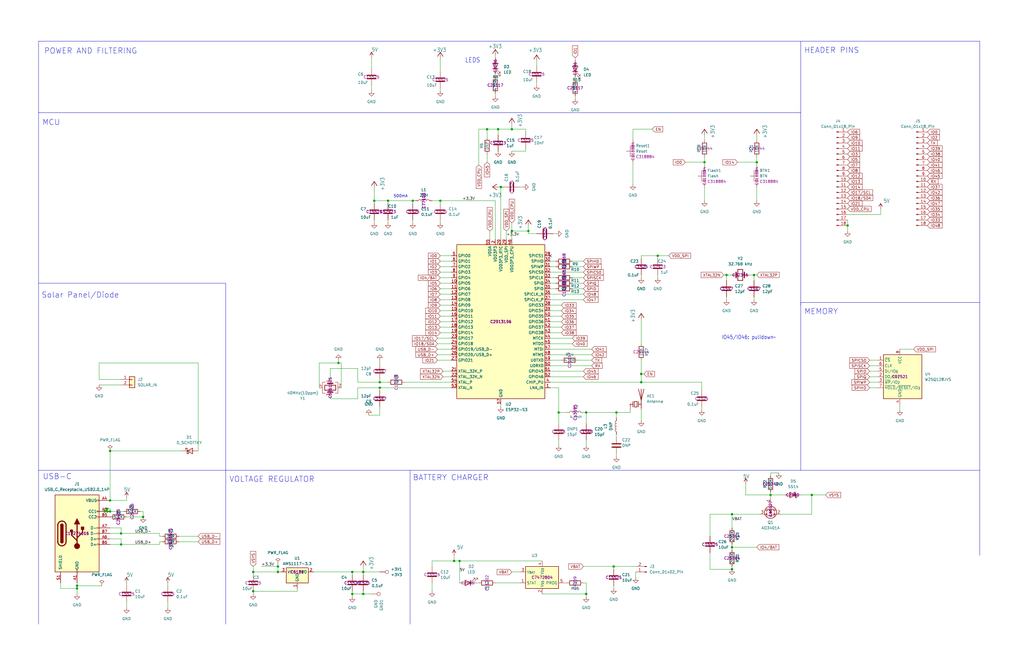
<source format=kicad_sch>
(kicad_sch (version 20250114) (generator "eeschema") (generator_version "9.0")
  (paper "User" 472.592 300.253)
  (lib_symbols
    (symbol "Battery_Management:MCP73831-2-OT"
      (property "Reference" "U" (at -7.62 6.35 0))
      (property "Value" "MCP73831-2-OT" (at 1.27 6.35 0))
      (symbol "MCP73831-2-OT_1_1"
        (pin input line (at -10.16 -2.54 0) (length 2.54) (name "PROG") (number "5"))
        (pin power_in line (at 0 7.62 270) (length 2.54) (name "V_{DD}") (number "4"))
        (pin power_in line (at 0 -7.62 90) (length 2.54) (name "V_{SS}") (number "2"))
        (pin power_out line (at 10.16 2.54 180) (length 2.54) (name "V_{BAT}") (number "3"))
        (pin tri_state line (at 10.16 -2.54 180) (length 2.54) (name "STAT") (number "1"))
      )
    )
    (symbol "Connector:Conn_01x02_Pin" (pin_names (offset 1.016) (hide yes))
      (property "Reference" "J" (at 0 2.54 0))
      (property "Value" "Conn_01x02_Pin" (at 0 -5.08 0))
      (symbol "Conn_01x02_Pin_1_1"
        (pin passive line (at 5.08 0 180) (length 3.81) (name "Pin_1") (number "1"))
        (pin passive line (at 5.08 -2.54 180) (length 3.81) (name "Pin_2") (number "2"))
      )
    )
    (symbol "Connector:Conn_01x18_Pin" (pin_names (offset 1.016) (hide yes))
      (property "Reference" "J" (at 0 22.86 0))
      (property "Value" "Conn_01x18_Pin" (at 0 -25.4 0))
      (symbol "Conn_01x18_Pin_1_1"
        (pin passive line (at 5.08 20.32 180) (length 3.81) (name "Pin_1") (number "1"))
        (pin passive line (at 5.08 17.78 180) (length 3.81) (name "Pin_2") (number "2"))
        (pin passive line (at 5.08 15.24 180) (length 3.81) (name "Pin_3") (number "3"))
        (pin passive line (at 5.08 12.7 180) (length 3.81) (name "Pin_4") (number "4"))
        (pin passive line (at 5.08 10.16 180) (length 3.81) (name "Pin_5") (number "5"))
        (pin passive line (at 5.08 7.62 180) (length 3.81) (name "Pin_6") (number "6"))
        (pin passive line (at 5.08 5.08 180) (length 3.81) (name "Pin_7") (number "7"))
        (pin passive line (at 5.08 2.54 180) (length 3.81) (name "Pin_8") (number "8"))
        (pin passive line (at 5.08 0 180) (length 3.81) (name "Pin_9") (number "9"))
        (pin passive line (at 5.08 -2.54 180) (length 3.81) (name "Pin_10") (number "10"))
        (pin passive line (at 5.08 -5.08 180) (length 3.81) (name "Pin_11") (number "11"))
        (pin passive line (at 5.08 -7.62 180) (length 3.81) (name "Pin_12") (number "12"))
        (pin passive line (at 5.08 -10.16 180) (length 3.81) (name "Pin_13") (number "13"))
        (pin passive line (at 5.08 -12.7 180) (length 3.81) (name "Pin_14") (number "14"))
        (pin passive line (at 5.08 -15.24 180) (length 3.81) (name "Pin_15") (number "15"))
        (pin passive line (at 5.08 -17.78 180) (length 3.81) (name "Pin_16") (number "16"))
        (pin passive line (at 5.08 -20.32 180) (length 3.81) (name "Pin_17") (number "17"))
        (pin passive line (at 5.08 -22.86 180) (length 3.81) (name "Pin_18") (number "18"))
      )
    )
    (symbol "Connector:TestPoint" (pin_numbers (hide yes)) (pin_names (offset 0.762) (hide yes))
      (property "Reference" "TP" (at 0 6.858 0))
      (property "Value" "TestPoint" (at 0 5.08 0))
      (symbol "TestPoint_1_1"
        (pin passive line (at 0 0 90) (length 2.54) (name "1") (number "1"))
      )
    )
    (symbol "Connector:USB_C_Receptacle_USB2.0_14P" (pin_names (offset 1.016))
      (property "Reference" "J" (at 0 22.225 0))
      (property "Value" "USB_C_Receptacle_USB2.0_14P" (at 0 19.685 0))
      (symbol "USB_C_Receptacle_USB2.0_14P_1_1"
        (pin passive line (at -7.62 -22.86 90) (length 5.08) (name "SHIELD") (number "S1"))
        (pin passive line (at 0 -22.86 90) (length 5.08) (name "GND") (number "A1"))
        (pin passive line (at 0 -22.86 90) (length 5.08) (hide yes) (name "GND") (number "A12"))
        (pin passive line (at 0 -22.86 90) (length 5.08) (hide yes) (name "GND") (number "B1"))
        (pin passive line (at 0 -22.86 90) (length 5.08) (hide yes) (name "GND") (number "B12"))
        (pin passive line (at 15.24 15.24 180) (length 5.08) (name "VBUS") (number "A4"))
        (pin passive line (at 15.24 15.24 180) (length 5.08) (hide yes) (name "VBUS") (number "A9"))
        (pin passive line (at 15.24 15.24 180) (length 5.08) (hide yes) (name "VBUS") (number "B4"))
        (pin passive line (at 15.24 15.24 180) (length 5.08) (hide yes) (name "VBUS") (number "B9"))
        (pin bidirectional line (at 15.24 10.16 180) (length 5.08) (name "CC1") (number "A5"))
        (pin bidirectional line (at 15.24 7.62 180) (length 5.08) (name "CC2") (number "B5"))
        (pin bidirectional line (at 15.24 2.54 180) (length 5.08) (name "D-") (number "A7"))
        (pin bidirectional line (at 15.24 0 180) (length 5.08) (name "D-") (number "B7"))
        (pin bidirectional line (at 15.24 -2.54 180) (length 5.08) (name "D+") (number "A6"))
        (pin bidirectional line (at 15.24 -5.08 180) (length 5.08) (name "D+") (number "B6"))
      )
    )
    (symbol "Connector_Generic:Conn_01x02" (pin_names (offset 1.016) (hide yes))
      (property "Reference" "J" (at 0 2.54 0))
      (property "Value" "Conn_01x02" (at 0 -5.08 0))
      (symbol "Conn_01x02_1_1"
        (pin passive line (at -5.08 0 0) (length 3.81) (name "Pin_1") (number "1"))
        (pin passive line (at -5.08 -2.54 0) (length 3.81) (name "Pin_2") (number "2"))
      )
    )
    (symbol "Device:Antenna_Chip" (pin_numbers (hide yes)) (pin_names (offset 1.016) (hide yes))
      (property "Reference" "AE" (at 0 5.08 0))
      (property "Value" "Antenna_Chip" (at 0 3.175 0))
      (symbol "Antenna_Chip_1_1"
        (pin input line (at -2.54 -2.54 90) (length 2.54) (name "FEED") (number "1"))
        (pin passive line (at 2.54 -2.54 90) (length 2.54) (name "PCB_Trace") (number "2"))
      )
    )
    (symbol "Device:C" (pin_numbers (hide yes)) (pin_names (offset 0.254))
      (property "Reference" "C" (at 0.635 2.54 0))
      (property "Value" "C" (at 0.635 -2.54 0))
      (symbol "C_1_1"
        (pin passive line (at 0 3.81 270) (length 2.794) (name "~") (number "1"))
        (pin passive line (at 0 -3.81 90) (length 2.794) (name "~") (number "2"))
      )
    )
    (symbol "Device:Crystal" (pin_numbers (hide yes)) (pin_names (offset 1.016) (hide yes))
      (property "Reference" "Y" (at 0 3.81 0))
      (property "Value" "Crystal" (at 0 -3.81 0))
      (symbol "Crystal_1_1"
        (pin passive line (at -3.81 0 0) (length 1.27) (name "1") (number "1"))
        (pin passive line (at 3.81 0 180) (length 1.27) (name "2") (number "2"))
      )
    )
    (symbol "Device:Crystal_GND24" (pin_names (offset 1.016) (hide yes))
      (property "Reference" "Y" (at 3.175 5.08 0))
      (property "Value" "Crystal_GND24" (at 3.175 3.175 0))
      (symbol "Crystal_GND24_1_1"
        (pin passive line (at -3.81 0 0) (length 1.27) (name "1") (number "1"))
        (pin passive line (at 0 5.08 270) (length 1.27) (name "2") (number "2"))
        (pin passive line (at 0 -5.08 90) (length 1.27) (name "4") (number "4"))
        (pin passive line (at 3.81 0 180) (length 1.27) (name "3") (number "3"))
      )
    )
    (symbol "Device:D_Schottky" (pin_numbers (hide yes)) (pin_names (offset 1.016) (hide yes))
      (property "Reference" "D1" (at -0.3175 6.35 0))
      (property "Value" "D_SCHOTTKY" (at -0.3175 3.81 0))
      (symbol "D_Schottky_1_1"
        (pin passive line (at -3.81 0 0) (length 2.54) (name "K") (number "1"))
        (pin passive line (at 3.81 0 180) (length 2.54) (name "A") (number "2"))
      )
    )
    (symbol "Device:L" (pin_numbers (hide yes)) (pin_names (offset 1.016) (hide yes))
      (property "Reference" "L" (at -1.27 0 90))
      (property "Value" "L" (at 1.905 0 90))
      (symbol "L_1_1"
        (pin passive line (at 0 3.81 270) (length 1.27) (name "1") (number "1"))
        (pin passive line (at 0 -3.81 90) (length 1.27) (name "2") (number "2"))
      )
    )
    (symbol "Device:LED" (pin_numbers (hide yes)) (pin_names (offset 1.016) (hide yes))
      (property "Reference" "D" (at 0 2.54 0))
      (property "Value" "LED" (at 0 -2.54 0))
      (symbol "LED_1_1"
        (pin passive line (at -3.81 0 0) (length 2.54) (name "K") (number "1"))
        (pin passive line (at 3.81 0 180) (length 2.54) (name "A") (number "2"))
      )
    )
    (symbol "Device:R" (pin_numbers (hide yes)) (pin_names (offset 0))
      (property "Reference" "R" (at 2.032 0 90))
      (property "Value" "R" (at 0 0 90))
      (symbol "R_1_1"
        (pin passive line (at 0 3.81 270) (length 1.27) (name "~") (number "1"))
        (pin passive line (at 0 -3.81 90) (length 1.27) (name "~") (number "2"))
      )
    )
    (symbol "Diode:SS14" (pin_numbers (hide yes)) (pin_names (offset 1.016) (hide yes))
      (property "Reference" "D" (at 0 2.54 0))
      (property "Value" "SS14" (at 0 -2.54 0))
      (symbol "SS14_1_1"
        (pin passive line (at -3.81 0 0) (length 2.54) (name "K") (number "1"))
        (pin passive line (at 3.81 0 180) (length 2.54) (name "A") (number "2"))
      )
    )
    (symbol "GND_1" (power) (pin_numbers (hide yes)) (pin_names (offset 0) (hide yes))
      (property "Value" "GND" (at 0 -3.81 0))
      (symbol "GND_1_1_1"
        (pin power_in line (at 0 0 270) (length 0) (name "~") (number "1"))
      )
    )
    (symbol "MCU_Espressif:ESP32-S3"
      (property "Reference" "U" (at 10.16 -38.1 0))
      (property "Value" "ESP32-S3" (at 13.97 -40.64 0))
      (symbol "ESP32-S3_1_0"
        (pin passive line (at -5.08 38.1 270) (length 2.54) (hide yes) (name "VDDA") (number "56"))
        (pin bidirectional line (at 22.86 12.7 180) (length 2.54) (name "SPICLK_N") (number "36"))
        (pin bidirectional line (at 22.86 -10.16 180) (length 2.54) (name "MTDO") (number "45"))
        (pin bidirectional line (at 22.86 -22.86 180) (length 2.54) (name "GPIO45") (number "51"))
      )
      (symbol "ESP32-S3_1_1"
        (pin bidirectional line (at -22.86 30.48 0) (length 2.54) (name "GPIO0") (number "5"))
        (pin bidirectional line (at -22.86 27.94 0) (length 2.54) (name "GPIO1") (number "6"))
        (pin bidirectional line (at -22.86 25.4 0) (length 2.54) (name "GPIO2") (number "7"))
        (pin bidirectional line (at -22.86 22.86 0) (length 2.54) (name "GPIO3") (number "8"))
        (pin bidirectional line (at -22.86 20.32 0) (length 2.54) (name "GPIO4") (number "9"))
        (pin bidirectional line (at -22.86 17.78 0) (length 2.54) (name "GPIO5") (number "10"))
        (pin bidirectional line (at -22.86 15.24 0) (length 2.54) (name "GPIO6") (number "11"))
        (pin bidirectional line (at -22.86 12.7 0) (length 2.54) (name "GPIO7") (number "12"))
        (pin bidirectional line (at -22.86 10.16 0) (length 2.54) (name "GPIO8") (number "13"))
        (pin bidirectional line (at -22.86 7.62 0) (length 2.54) (name "GPIO9") (number "14"))
        (pin bidirectional line (at -22.86 5.08 0) (length 2.54) (name "GPIO10") (number "15"))
        (pin bidirectional line (at -22.86 2.54 0) (length 2.54) (name "GPIO11") (number "16"))
        (pin bidirectional line (at -22.86 0 0) (length 2.54) (name "GPIO12") (number "17"))
        (pin bidirectional line (at -22.86 -2.54 0) (length 2.54) (name "GPIO13") (number "18"))
        (pin bidirectional line (at -22.86 -5.08 0) (length 2.54) (name "GPIO14") (number "19"))
        (pin bidirectional line (at -22.86 -7.62 0) (length 2.54) (name "GPIO17") (number "23"))
        (pin bidirectional line (at -22.86 -10.16 0) (length 2.54) (name "GPIO18") (number "24"))
        (pin bidirectional line (at -22.86 -12.7 0) (length 2.54) (name "GPIO19/USB_D-") (number "25"))
        (pin bidirectional line (at -22.86 -15.24 0) (length 2.54) (name "GPIO20/USB_D+") (number "26"))
        (pin bidirectional line (at -22.86 -17.78 0) (length 2.54) (name "GPIO21") (number "27"))
        (pin passive line (at -22.86 -22.86 0) (length 2.54) (name "XTAL_32K_P") (number "21"))
        (pin passive line (at -22.86 -25.4 0) (length 2.54) (name "XTAL_32K_N") (number "22"))
        (pin input line (at -22.86 -27.94 0) (length 2.54) (name "XTAL_P") (number "54"))
        (pin output line (at -22.86 -30.48 0) (length 2.54) (name "XTAL_N") (number "53"))
        (pin power_in line (at -5.08 38.1 270) (length 2.54) (name "VDDA") (number "55"))
        (pin power_in line (at -2.54 38.1 270) (length 2.54) (name "VDD3P3") (number "2"))
        (pin passive line (at -2.54 38.1 270) (length 2.54) (hide yes) (name "VDD3P3") (number "3"))
        (pin power_in line (at 0 38.1 270) (length 2.54) (name "VDD3P3_RTC") (number "20"))
        (pin power_in line (at 0 -38.1 90) (length 2.54) (name "GND") (number "57"))
        (pin power_in line (at 2.54 38.1 270) (length 2.54) (name "VDD_SPI") (number "29"))
        (pin power_in line (at 5.08 38.1 270) (length 2.54) (name "VDD3P3_CPU") (number "46"))
        (pin bidirectional line (at 22.86 30.48 180) (length 2.54) (name "SPICS1") (number "28"))
        (pin bidirectional line (at 22.86 27.94 180) (length 2.54) (name "SPIHD") (number "30"))
        (pin bidirectional line (at 22.86 25.4 180) (length 2.54) (name "SPIWP") (number "31"))
        (pin bidirectional line (at 22.86 22.86 180) (length 2.54) (name "SPICS0") (number "32"))
        (pin bidirectional line (at 22.86 20.32 180) (length 2.54) (name "SPICLK") (number "33"))
        (pin bidirectional line (at 22.86 17.78 180) (length 2.54) (name "SPIQ") (number "34"))
        (pin bidirectional line (at 22.86 15.24 180) (length 2.54) (name "SPID") (number "35"))
        (pin bidirectional line (at 22.86 10.16 180) (length 2.54) (name "SPICLK_P") (number "37"))
        (pin bidirectional line (at 22.86 7.62 180) (length 2.54) (name "GPIO33") (number "38"))
        (pin bidirectional line (at 22.86 5.08 180) (length 2.54) (name "GPIO34") (number "39"))
        (pin bidirectional line (at 22.86 2.54 180) (length 2.54) (name "GPIO35") (number "40"))
        (pin bidirectional line (at 22.86 0 180) (length 2.54) (name "GPIO36") (number "41"))
        (pin bidirectional line (at 22.86 -2.54 180) (length 2.54) (name "GPIO37") (number "42"))
        (pin bidirectional line (at 22.86 -5.08 180) (length 2.54) (name "GPIO38") (number "43"))
        (pin bidirectional line (at 22.86 -7.62 180) (length 2.54) (name "MTCK") (number "44"))
        (pin bidirectional line (at 22.86 -12.7 180) (length 2.54) (name "MTDI") (number "47"))
        (pin bidirectional line (at 22.86 -15.24 180) (length 2.54) (name "MTMS") (number "48"))
        (pin bidirectional line (at 22.86 -17.78 180) (length 2.54) (name "U0TXD") (number "49"))
        (pin bidirectional line (at 22.86 -20.32 180) (length 2.54) (name "U0RXD") (number "50"))
        (pin bidirectional line (at 22.86 -25.4 180) (length 2.54) (name "GPIO46") (number "52"))
        (pin input line (at 22.86 -27.94 180) (length 2.54) (name "CHIP_PU") (number "4"))
        (pin bidirectional line (at 22.86 -30.48 180) (length 2.54) (name "LNA_IN") (number "1"))
      )
    )
    (symbol "MaTouch 1.9“ TFT Breakout v1.1-eagle-import:+3V3" (power)
      (property "Value" "+3V3" (at -2.54 -5.08 90))
      (symbol "+3V3_1_0"
        (pin power_in line (at 0 -2.54 90) (length 2.54) (name "+3V3") (number "1"))
      )
    )
    (symbol "MaTouch 1.9“ TFT Breakout v1.1-eagle-import:5V" (power)
      (property "Value" "5V" (at 0 2.794 0))
      (symbol "5V_1_0"
        (pin power_in line (at 0 0 90) (length 2.54) (name "5V") (number "1"))
      )
    )
    (symbol "Memory_Flash:W25Q128JVS"
      (property "Reference" "U" (at -6.35 11.43 0))
      (property "Value" "W25Q128JVS" (at 7.62 11.43 0))
      (symbol "W25Q128JVS_1_1"
        (pin input line (at -10.16 7.62 0) (length 2.54) (name "~{CS}") (number "1"))
        (pin input line (at -10.16 5.08 0) (length 2.54) (name "CLK") (number "6"))
        (pin bidirectional line (at -10.16 2.54 0) (length 2.54) (name "DI/IO_{0}") (number "5"))
        (pin bidirectional line (at -10.16 0 0) (length 2.54) (name "DO/IO_{1}") (number "2"))
        (pin bidirectional line (at -10.16 -2.54 0) (length 2.54) (name "~{WP}/IO_{2}") (number "3"))
        (pin bidirectional line (at -10.16 -5.08 0) (length 2.54) (name "~{HOLD}/~{RESET}/IO_{3}") (number "7"))
        (pin power_in line (at 0 12.7 270) (length 2.54) (name "VCC") (number "8"))
        (pin power_in line (at 0 -12.7 90) (length 2.54) (name "GND") (number "4"))
      )
    )
    (symbol "Regulator_Linear:AMS1117-3.3"
      (property "Reference" "U" (at -3.81 3.175 0))
      (property "Value" "AMS1117-3.3" (at 0 3.175 0))
      (symbol "AMS1117-3.3_1_1"
        (pin power_in line (at -7.62 0 0) (length 2.54) (name "VI") (number "3"))
        (pin power_in line (at 0 -7.62 90) (length 2.54) (name "GND") (number "1"))
        (pin power_out line (at 7.62 0 180) (length 2.54) (name "VO") (number "2"))
      )
    )
    (symbol "Switch:SW_Push" (pin_numbers (hide yes)) (pin_names (offset 1.016) (hide yes))
      (property "Reference" "SW" (at 1.27 2.54 0))
      (property "Value" "SW_Push" (at 0 -1.524 0))
      (symbol "SW_Push_0_1"
        (pin passive line (at -5.08 0 0) (length 2.54) (name "1") (number "1"))
        (pin passive line (at 5.08 0 180) (length 2.54) (name "2") (number "2"))
      )
    )
    (symbol "Transistor_FET:AO3401A" (pin_names (hide yes))
      (property "Reference" "Q" (at 5.08 1.905 0))
      (property "Value" "AO3401A" (at 5.08 0 0))
      (symbol "AO3401A_1_1"
        (pin input line (at -5.08 0 0) (length 2.54) (name "G") (number "1"))
        (pin passive line (at 2.54 5.08 270) (length 2.54) (name "D") (number "3"))
        (pin passive line (at 2.54 -5.08 90) (length 2.54) (name "S") (number "2"))
      )
    )
    (symbol "power:GND" (power) (pin_names (offset 0))
      (property "Value" "GND" (at 0 -3.81 0))
      (symbol "GND_1_1"
        (pin power_in line (at 0 0 270) (length 0) (hide yes) (name "GND") (number "1"))
      )
    )
    (symbol "power:PWR_FLAG" (power) (pin_numbers (hide yes)) (pin_names (offset 0) (hide yes))
      (property "Value" "PWR_FLAG" (at 0 3.81 0))
      (symbol "PWR_FLAG_0_0"
        (pin power_out line (at 0 0 90) (length 0) (name "~") (number "1"))
      )
    )
  )
  (text "BATTERY CHARGER" (at 208.026 220.726 0) (effects (font (size 2.54 2.54))))
  (text "VOLTAGE REGULATOR" (at 125.476 221.488 0) (effects (font (size 2.54 2.54))))
  (text "500mA" (at 184.912 90.678 0) (effects (font (size 1.27 1.27))))
  (text "LEDS" (at 214.63 29.21 0) (effects (font (size 2.1844 1.8567)) (justify left bottom)))
  (text "MCU" (at 23.622 56.642 0) (effects (font (size 2.54 2.54))))
  (text "HEADER PINS" (at 383.794 23.368 0) (effects (font (size 2.54 2.54))))
  (text "MEMORY" (at 378.968 144.018 0) (effects (font (size 2.54 2.54))))
  (text "Solar Panel/Diode" (at 37.084 136.398 0) (effects (font (size 2.54 2.54))))
  (text "POWER AND FILTERING" (at 20.32 25.146 0) (effects (font (size 2.54 2.54)) (justify left bottom)))
  (text "IO45/IO46: pulldown~~{}" (at 332.994 156.972 0) (effects (font (size 1.778 1.5113)) (justify left bottom)))
  (text "USB-C" (at 26.416 220.218 0) (effects (font (size 2.54 2.54))))
  (junction (at 55.88 246.38))
  (junction (at 116.84 273.05))
  (junction (at 162.56 264.16))
  (junction (at 236.22 106.68))
  (junction (at 55.88 251.46))
  (junction (at 50.8 236.22))
  (junction (at 337.82 262.89))
  (junction (at 335.28 127))
  (junction (at 48.26 236.22))
  (junction (at 391.16 104.14))
  (junction (at 167.64 274.32))
  (junction (at 179.07 92.71))
  (junction (at 212.09 259.08))
  (junction (at 172.72 92.71))
  (junction (at 175.26 176.53))
  (junction (at 50.8 208.28))
  (junction (at 325.12 74.93))
  (junction (at 128.27 264.16))
  (junction (at 303.53 118.11))
  (junction (at 209.55 259.08))
  (junction (at 229.87 59.69))
  (junction (at 355.6 228.6))
  (junction (at 270.51 190.5))
  (junction (at 66.04 238.76))
  (junction (at 175.26 179.07))
  (junction (at 295.91 176.53))
  (junction (at 167.64 264.16))
  (junction (at 236.22 59.69))
  (junction (at 203.2 92.71))
  (junction (at 224.79 59.69))
  (junction (at 156.21 167.64))
  (junction (at 50.8 231.14))
  (junction (at 35.56 271.78))
  (junction (at 243.84 106.68))
  (junction (at 337.82 252.73))
  (junction (at 116.84 264.16))
  (junction (at 349.25 74.93))
  (junction (at 162.56 274.32))
  (junction (at 35.56 270.51))
  (junction (at 374.65 228.6))
  (junction (at 283.21 261.62))
  (junction (at 270.51 274.32))
  (junction (at 128.27 261.62))
  (junction (at 257.81 190.5))
  (junction (at 337.82 237.49))
  (junction (at 49.53 234.95))
  (junction (at 295.91 172.72))
  (junction (at 284.48 190.5))
  (junction (at 231.14 86.36))
  (junction (at 190.5 92.71))
  (junction (at 347.98 127))
  (junction (at 49.53 236.22))
  (no_connect (at 254 118.11))
  (wire (pts (xy 349.25 74.93) (xy 349.25 76.2)) (stroke (width 0.1524)))
  (wire (pts (xy 162.56 264.16) (xy 167.64 264.16)) (stroke (width 0.1524)))
  (wire (pts (xy 264.16 128.27) (xy 269.24 128.27)) (stroke (width 0.1524)))
  (wire (pts (xy 254 148.59) (xy 259.08 148.59)))
  (wire (pts (xy 190.5 93.98) (xy 190.5 92.71)) (stroke (width 0.1524)))
  (wire (pts (xy 55.88 251.46) (xy 50.8 251.46)) (stroke (width 0.1524)))
  (wire (pts (xy 82.55 250.19) (xy 91.44 250.19)) (stroke (width 0.1524)))
  (wire (pts (xy 233.68 106.68) (xy 233.68 110.49)))
  (wire (pts (xy 283.21 270.51) (xy 283.21 271.78)) (stroke (width 0.1524)))
  (wire (pts (xy 269.24 261.62) (xy 283.21 261.62)) (stroke (width 0.1524)))
  (wire (pts (xy 175.26 176.53) (xy 179.07 176.53)))
  (wire (pts (xy 344.17 228.6) (xy 344.17 223.52)) (stroke (width 0.1524)))
  (wire (pts (xy 175.26 264.16) (xy 167.64 264.16)) (stroke (width 0.1524)))
  (wire (pts (xy 73.66 246.38) (xy 55.88 246.38)) (stroke (width 0.1524)))
  (wire (pts (xy 201.93 166.37) (xy 208.28 166.37)))
  (wire (pts (xy 203.2 92.71) (xy 203.2 93.98)) (stroke (width 0.1524)))
  (wire (pts (xy 208.28 135.89) (xy 203.2 135.89)) (stroke (width 0.1524)))
  (wire (pts (xy 35.56 270.51) (xy 35.56 271.78)) (stroke (width 0.1524)))
  (wire (pts (xy 254 168.91) (xy 273.05 168.91)))
  (wire (pts (xy 283.21 261.62) (xy 293.37 261.62)) (stroke (width 0.1524)))
  (wire (pts (xy 242.57 59.69) (xy 242.57 60.96)) (stroke (width 0.1524)))
  (wire (pts (xy 128.27 260.35) (xy 128.27 261.62)))
  (wire (pts (xy 292.1 64.77) (xy 292.1 59.69)) (stroke (width 0.1524)))
  (wire (pts (xy 355.6 218.44) (xy 355.6 219.71)) (stroke (width 0.1524)))
  (wire (pts (xy 327.66 262.89) (xy 337.82 262.89)) (stroke (width 0.1524)))
  (wire (pts (xy 350.52 237.49) (xy 337.82 237.49)) (stroke (width 0.1524)))
  (wire (pts (xy 172.72 86.36) (xy 172.72 92.71)) (stroke (width 0.1524)))
  (wire (pts (xy 220.98 59.69) (xy 224.79 59.69)) (stroke (width 0.1524)))
  (wire (pts (xy 349.25 62.23) (xy 349.25 64.77)) (stroke (width 0.1524)))
  (wire (pts (xy 208.28 120.65) (xy 203.2 120.65)) (stroke (width 0.1524)))
  (polyline (pts (xy 106.68 217.17) (xy 339.09 217.17)) (stroke (width 0.1524) (type solid)))
  (wire (pts (xy 203.2 40.64) (xy 203.2 41.91)) (stroke (width 0.1524)))
  (wire (pts (xy 269.24 190.5) (xy 270.51 190.5)))
  (wire (pts (xy 201.93 92.71) (xy 203.2 92.71)) (stroke (width 0.1524)))
  (wire (pts (xy 48.26 236.22) (xy 48.26 234.95)) (stroke (width 0.1524)))
  (wire (pts (xy 50.8 236.22) (xy 49.53 236.22)))
  (wire (pts (xy 73.66 247.65) (xy 73.66 246.38)) (stroke (width 0.1524)))
  (polyline (pts (xy 452.12 217.17) (xy 452.12 256.54)) (stroke (width 0.1524) (type solid)))
  (wire (pts (xy 175.26 179.07) (xy 175.26 180.34)) (stroke (width 0.1524)))
  (wire (pts (xy 162.56 265.43) (xy 162.56 264.16)) (stroke (width 0.1524)))
  (wire (pts (xy 406.4 99.06) (xy 406.4 96.52)))
  (polyline (pts (xy 369.57 139.7) (xy 369.57 217.17)) (stroke (width 0.1524) (type solid)))
  (wire (pts (xy 256.54 133.35) (xy 254 133.35)) (stroke (width 0.1524)))
  (wire (pts (xy 224.79 63.5) (xy 224.79 59.69)) (stroke (width 0.1524)))
  (wire (pts (xy 260.35 269.24) (xy 261.62 269.24)) (stroke (width 0.1524)))
  (wire (pts (xy 50.8 231.14) (xy 58.42 231.14)) (stroke (width 0.1524)))
  (wire (pts (xy 209.55 259.08) (xy 212.09 259.08)) (stroke (width 0.1524)))
  (polyline (pts (xy 17.78 19.05) (xy 134.62 19.05)) (stroke (width 0.1524) (type solid)))
  (wire (pts (xy 232.41 86.36) (xy 231.14 86.36)))
  (wire (pts (xy 228.6 269.24) (xy 240.03 269.24)))
  (wire (pts (xy 208.28 151.13) (xy 203.2 151.13)) (stroke (width 0.1524)))
  (wire (pts (xy 254 151.13) (xy 259.08 151.13)))
  (wire (pts (xy 254 130.81) (xy 256.54 130.81)) (stroke (width 0.1524)))
  (wire (pts (xy 27.94 269.24) (xy 27.94 271.78)))
  (wire (pts (xy 349.25 86.36) (xy 349.25 92.71)) (stroke (width 0.1524)))
  (polyline (pts (xy 17.78 130.81) (xy 104.14 130.81)) (stroke (width 0.1524) (type solid)))
  (wire (pts (xy 374.65 237.49) (xy 374.65 228.6)) (stroke (width 0.1524)))
  (wire (pts (xy 208.28 148.59) (xy 203.2 148.59)) (stroke (width 0.1524)))
  (polyline (pts (xy 104.14 217.17) (xy 104.14 288.29)) (stroke (width 0.1524) (type solid)))
  (wire (pts (xy 243.84 104.14) (xy 243.84 106.68)))
  (wire (pts (xy 201.93 161.29) (xy 208.28 161.29)))
  (wire (pts (xy 292.1 59.69) (xy 300.99 59.69)) (stroke (width 0.1524)))
  (wire (pts (xy 157.48 179.07) (xy 157.48 167.64)))
  (wire (pts (xy 228.6 110.49) (xy 228.6 92.71)))
  (polyline (pts (xy 189.23 217.17) (xy 189.23 288.29)) (stroke (width 0.1524) (type solid)))
  (wire (pts (xy 327.66 255.27) (xy 327.66 262.89)) (stroke (width 0.1524)))
  (wire (pts (xy 257.81 179.07) (xy 257.81 190.5)))
  (wire (pts (xy 208.28 128.27) (xy 203.2 128.27)) (stroke (width 0.1524)))
  (wire (pts (xy 208.28 146.05) (xy 203.2 146.05)) (stroke (width 0.1524)))
  (wire (pts (xy 55.88 243.84) (xy 55.88 246.38)))
  (wire (pts (xy 325.12 74.93) (xy 325.12 76.2)) (stroke (width 0.1524)))
  (wire (pts (xy 254 179.07) (xy 257.81 179.07)))
  (wire (pts (xy 264.16 133.35) (xy 269.24 133.35)) (stroke (width 0.1524)))
  (wire (pts (xy 303.53 128.27) (xy 303.53 127)) (stroke (width 0.1524)))
  (wire (pts (xy 323.85 176.53) (xy 295.91 176.53)) (stroke (width 0.1524)))
  (polyline (pts (xy 17.78 217.17) (xy 17.78 288.29)) (stroke (width 0.1524) (type solid)))
  (wire (pts (xy 208.28 138.43) (xy 203.2 138.43)) (stroke (width 0.1524)))
  (wire (pts (xy 212.09 259.08) (xy 250.19 259.08)) (stroke (width 0.1524)))
  (wire (pts (xy 236.22 57.15) (xy 236.22 59.69)) (stroke (width 0.1524)))
  (wire (pts (xy 405.13 166.37) (xy 401.32 166.37)) (stroke (width 0.1524)))
  (wire (pts (xy 254 163.83) (xy 273.05 163.83)) (stroke (width 0.1524)))
  (wire (pts (xy 254 135.89) (xy 269.24 135.89)) (stroke (width 0.1524)))
  (polyline (pts (xy 369.57 139.7) (xy 452.12 139.7)) (stroke (width 0.1524) (type solid)))
  (wire (pts (xy 172.72 92.71) (xy 179.07 92.71)) (stroke (width 0.1524)))
  (wire (pts (xy 49.53 234.95) (xy 48.26 234.95)) (stroke (width 0.1524)))
  (polyline (pts (xy 106.68 217.17) (xy 17.78 217.17)) (stroke (width 0.1524) (type solid)))
  (wire (pts (xy 254 161.29) (xy 273.05 161.29)) (stroke (width 0.1524)))
  (wire (pts (xy 256.54 120.65) (xy 254 120.65)) (stroke (width 0.1524)))
  (wire (pts (xy 165.1 176.53) (xy 175.26 176.53)) (stroke (width 0.1524)))
  (wire (pts (xy 243.84 106.68) (xy 236.22 106.68)))
  (wire (pts (xy 199.39 261.62) (xy 199.39 259.08)) (stroke (width 0.1524)))
  (wire (pts (xy 295.91 158.75) (xy 295.91 147.32)) (stroke (width 0.1524)))
  (wire (pts (xy 264.16 120.65) (xy 269.24 120.65)) (stroke (width 0.1524)))
  (wire (pts (xy 254 156.21) (xy 264.16 156.21)) (stroke (width 0.1524)))
  (wire (pts (xy 128.27 264.16) (xy 116.84 264.16)) (stroke (width 0.1524)))
  (wire (pts (xy 391.16 106.68) (xy 391.16 104.14)) (stroke (width 0.1524)))
  (wire (pts (xy 45.72 167.64) (xy 91.44 167.64)))
  (wire (pts (xy 228.6 44.45) (xy 228.6 43.18)) (stroke (width 0.1524)))
  (wire (pts (xy 50.8 248.92) (xy 55.88 248.92)))
  (wire (pts (xy 45.72 177.8) (xy 55.88 177.8)))
  (wire (pts (xy 369.57 228.6) (xy 374.65 228.6)) (stroke (width 0.1524)))
  (wire (pts (xy 116.84 265.43) (xy 116.84 264.16)) (stroke (width 0.1524)))
  (wire (pts (xy 224.79 71.12) (xy 224.79 74.93)))
  (wire (pts (xy 46.99 270.51) (xy 35.56 270.51)))
  (wire (pts (xy 327.66 237.49) (xy 337.82 237.49)) (stroke (width 0.1524)))
  (wire (pts (xy 208.28 140.97) (xy 203.2 140.97)) (stroke (width 0.1524)))
  (wire (pts (xy 55.88 248.92) (xy 55.88 251.46)))
  (wire (pts (xy 128.27 261.62) (xy 128.27 264.16)))
  (wire (pts (xy 228.6 92.71) (xy 217.17 92.71)))
  (wire (pts (xy 82.55 247.65) (xy 91.44 247.65)) (stroke (width 0.1524)))
  (wire (pts (xy 55.88 175.26) (xy 45.72 175.26)))
  (wire (pts (xy 116.84 264.16) (xy 116.84 261.62)) (stroke (width 0.1524)))
  (wire (pts (xy 152.4 184.15) (xy 165.1 184.15)) (stroke (width 0.1524)))
  (wire (pts (xy 45.72 175.26) (xy 45.72 167.64)))
  (wire (pts (xy 256.54 128.27) (xy 254 128.27)) (stroke (width 0.1524)))
  (wire (pts (xy 257.81 190.5) (xy 261.62 190.5)))
  (wire (pts (xy 270.51 274.32) (xy 260.35 274.32)) (stroke (width 0.1524)))
  (wire (pts (xy 242.57 69.85) (xy 236.22 69.85)) (stroke (width 0.1524)))
  (wire (pts (xy 220.98 76.2) (xy 220.98 59.69)) (stroke (width 0.1524)))
  (wire (pts (xy 137.16 273.05) (xy 137.16 271.78)) (stroke (width 0.1524)))
  (wire (pts (xy 337.82 243.84) (xy 337.82 237.49)) (stroke (width 0.1524)))
  (wire (pts (xy 265.43 45.72) (xy 265.43 44.45)) (stroke (width 0.1524)))
  (wire (pts (xy 247.65 39.37) (xy 247.65 38.1)) (stroke (width 0.1524)))
  (wire (pts (xy 264.16 123.19) (xy 269.24 123.19)) (stroke (width 0.1524)))
  (wire (pts (xy 50.8 243.84) (xy 55.88 243.84)))
  (wire (pts (xy 270.51 203.2) (xy 270.51 205.74)))
  (wire (pts (xy 242.57 69.85) (xy 242.57 68.58)) (stroke (width 0.1524)))
  (wire (pts (xy 270.51 190.5) (xy 270.51 195.58)))
  (wire (pts (xy 325.12 72.39) (xy 325.12 74.93)) (stroke (width 0.1524)))
  (wire (pts (xy 167.64 274.32) (xy 162.56 274.32)) (stroke (width 0.1524)))
  (wire (pts (xy 265.43 26.67) (xy 265.43 27.94)) (stroke (width 0.1524)))
  (wire (pts (xy 201.93 156.21) (xy 208.28 156.21)))
  (wire (pts (xy 327.66 247.65) (xy 327.66 237.49)) (stroke (width 0.1524)))
  (wire (pts (xy 228.6 35.56) (xy 228.6 34.29)) (stroke (width 0.1524)))
  (wire (pts (xy 323.85 180.34) (xy 323.85 176.53)) (stroke (width 0.1524)))
  (wire (pts (xy 391.16 99.06) (xy 406.4 99.06)))
  (wire (pts (xy 236.22 264.16) (xy 240.03 264.16)))
  (wire (pts (xy 208.28 118.11) (xy 203.2 118.11)) (stroke (width 0.1524)))
  (wire (pts (xy 120.65 261.62) (xy 128.27 261.62)))
  (wire (pts (xy 284.48 190.5) (xy 290.83 190.5)) (stroke (width 0.1524)))
  (wire (pts (xy 295.91 172.72) (xy 295.91 176.53)) (stroke (width 0.1524)))
  (wire (pts (xy 355.6 228.6) (xy 344.17 228.6)) (stroke (width 0.1524)))
  (wire (pts (xy 55.88 246.38) (xy 50.8 246.38)) (stroke (width 0.1524)))
  (wire (pts (xy 208.28 125.73) (xy 203.2 125.73)) (stroke (width 0.1524)))
  (wire (pts (xy 270.51 190.5) (xy 284.48 190.5)) (stroke (width 0.1524)))
  (wire (pts (xy 231.14 86.36) (xy 229.87 86.36)) (stroke (width 0.1524)))
  (wire (pts (xy 167.64 273.05) (xy 167.64 274.32)) (stroke (width 0.1524)))
  (wire (pts (xy 295.91 166.37) (xy 295.91 172.72)) (stroke (width 0.1524)))
  (wire (pts (xy 203.2 26.67) (xy 203.2 33.02)) (stroke (width 0.1524)))
  (wire (pts (xy 77.47 280.67) (xy 77.47 278.13)) (stroke (width 0.1524)))
  (wire (pts (xy 349.25 72.39) (xy 349.25 74.93)) (stroke (width 0.1524)))
  (wire (pts (xy 73.66 250.19) (xy 74.93 250.19)) (stroke (width 0.1524)))
  (wire (pts (xy 44.45 236.22) (xy 48.26 236.22)) (stroke (width 0.1524)))
  (wire (pts (xy 290.83 190.5) (xy 290.83 189.23)) (stroke (width 0.1524)))
  (wire (pts (xy 295.91 189.23) (xy 295.91 194.31)) (stroke (width 0.1524)))
  (wire (pts (xy 325.12 74.93) (xy 316.23 74.93)) (stroke (width 0.1524)))
  (wire (pts (xy 335.28 127) (xy 335.28 129.54)))
  (wire (pts (xy 254 153.67) (xy 259.08 153.67)))
  (wire (pts (xy 171.45 26.67) (xy 171.45 31.75)) (stroke (width 0.1524)))
  (wire (pts (xy 254 173.99) (xy 269.24 173.99)) (stroke (width 0.1524)))
  (wire (pts (xy 73.66 251.46) (xy 73.66 250.19)) (stroke (width 0.1524)))
  (wire (pts (xy 355.6 218.44) (xy 359.41 218.44)) (stroke (width 0.1524)))
  (wire (pts (xy 156.21 166.37) (xy 156.21 167.64)) (stroke (width 0.1524)))
  (wire (pts (xy 303.53 118.11) (xy 303.53 119.38)) (stroke (width 0.1524)))
  (wire (pts (xy 270.51 275.59) (xy 270.51 274.32)) (stroke (width 0.1524)))
  (wire (pts (xy 190.5 92.71) (xy 191.77 92.71)) (stroke (width 0.1524)))
  (wire (pts (xy 203.2 153.67) (xy 208.28 153.67)))
  (wire (pts (xy 152.4 182.88) (xy 152.4 184.15)) (stroke (width 0.1524)))
  (wire (pts (xy 167.64 261.62) (xy 167.64 264.16)) (stroke (width 0.1524)))
  (polyline (pts (xy 17.78 217.17) (xy 17.78 19.05)) (stroke (width 0.1524) (type solid)))
  (wire (pts (xy 405.13 176.53) (xy 401.32 176.53)) (stroke (width 0.1524)))
  (wire (pts (xy 254 158.75) (xy 264.16 158.75)) (stroke (width 0.1524)))
  (wire (pts (xy 297.18 172.72) (xy 295.91 172.72)) (stroke (width 0.1524)))
  (wire (pts (xy 64.77 236.22) (xy 66.04 236.22)))
  (wire (pts (xy 156.21 167.64) (xy 147.32 167.64)) (stroke (width 0.1524)))
  (wire (pts (xy 269.24 269.24) (xy 270.51 269.24)) (stroke (width 0.1524)))
  (wire (pts (xy 171.45 274.32) (xy 167.64 274.32)) (stroke (width 0.1524)))
  (wire (pts (xy 405.13 171.45) (xy 401.32 171.45)) (stroke (width 0.1524)))
  (wire (pts (xy 66.04 236.22) (xy 66.04 238.76)) (stroke (width 0.1524)))
  (wire (pts (xy 337.82 252.73) (xy 349.25 252.73)) (stroke (width 0.1524)))
  (wire (pts (xy 335.28 138.43) (xy 335.28 137.16)) (stroke (width 0.1524)))
  (wire (pts (xy 35.56 269.24) (xy 35.56 270.51)) (stroke (width 0.1524)))
  (wire (pts (xy 337.82 261.62) (xy 337.82 262.89)) (stroke (width 0.1524)))
  (wire (pts (xy 391.16 101.6) (xy 391.16 104.14)))
  (polyline (pts (xy 104.14 130.81) (xy 104.14 217.17)) (stroke (width 0.1524) (type solid)))
  (wire (pts (xy 284.48 201.93) (xy 284.48 200.66)) (stroke (width 0.1524)))
  (wire (pts (xy 162.56 273.05) (xy 162.56 274.32)) (stroke (width 0.1524)))
  (wire (pts (xy 355.6 229.87) (xy 355.6 228.6)) (stroke (width 0.1524)))
  (wire (pts (xy 165.1 170.18) (xy 165.1 176.53)) (stroke (width 0.1524)))
  (wire (pts (xy 91.44 167.64) (xy 91.44 208.28)))
  (wire (pts (xy 242.57 59.69) (xy 236.22 59.69)) (stroke (width 0.1524)))
  (wire (pts (xy 303.53 118.11) (xy 308.61 118.11)) (stroke (width 0.1524)))
  (wire (pts (xy 228.6 25.4) (xy 228.6 26.67)) (stroke (width 0.1524)))
  (wire (pts (xy 355.6 228.6) (xy 361.95 228.6)) (stroke (width 0.1524)))
  (wire (pts (xy 236.22 106.68) (xy 236.22 110.49)))
  (wire (pts (xy 325.12 62.23) (xy 325.12 64.77)) (stroke (width 0.1524)))
  (wire (pts (xy 58.42 280.67) (xy 58.42 278.13)) (stroke (width 0.1524)))
  (wire (pts (xy 323.85 189.23) (xy 323.85 187.96)) (stroke (width 0.1524)))
  (wire (pts (xy 208.28 133.35) (xy 203.2 133.35)) (stroke (width 0.1524)))
  (wire (pts (xy 175.26 179.07) (xy 208.28 179.07)) (stroke (width 0.1524)))
  (wire (pts (xy 405.13 168.91) (xy 401.32 168.91)) (stroke (width 0.1524)))
  (wire (pts (xy 73.66 251.46) (xy 55.88 251.46)) (stroke (width 0.1524)))
  (wire (pts (xy 190.5 102.87) (xy 190.5 101.6)) (stroke (width 0.1524)))
  (wire (pts (xy 415.29 161.29) (xy 421.64 161.29)) (stroke (width 0.1524)))
  (wire (pts (xy 201.93 163.83) (xy 208.28 163.83)))
  (wire (pts (xy 208.28 123.19) (xy 203.2 123.19)) (stroke (width 0.1524)))
  (wire (pts (xy 208.28 130.81) (xy 203.2 130.81)) (stroke (width 0.1524)))
  (wire (pts (xy 58.42 229.87) (xy 58.42 231.14)) (stroke (width 0.1524)))
  (wire (pts (xy 129.54 264.16) (xy 128.27 264.16)) (stroke (width 0.1524)))
  (wire (pts (xy 256.54 107.95) (xy 255.27 107.95)) (stroke (width 0.1524)))
  (wire (pts (xy 325.12 86.36) (xy 325.12 92.71)) (stroke (width 0.1524)))
  (wire (pts (xy 295.91 118.11) (xy 295.91 119.38)) (stroke (width 0.1524)))
  (wire (pts (xy 165.1 179.07) (xy 175.26 179.07)) (stroke (width 0.1524)))
  (wire (pts (xy 415.29 189.23) (xy 415.29 186.69)) (stroke (width 0.1524)))
  (wire (pts (xy 347.98 138.43) (xy 347.98 137.16)) (stroke (width 0.1524)))
  (wire (pts (xy 231.14 187.96) (xy 231.14 186.69)) (stroke (width 0.1524)))
  (wire (pts (xy 250.19 274.32) (xy 260.35 274.32)))
  (wire (pts (xy 284.48 210.82) (xy 284.48 209.55)) (stroke (width 0.1524)))
  (wire (pts (xy 293.37 264.16) (xy 293.37 266.7)) (stroke (width 0.1524)))
  (polyline (pts (xy 369.57 19.05) (xy 369.57 52.07)) (stroke (width 0.1524) (type solid)))
  (wire (pts (xy 232.41 86.36) (xy 231.14 86.36)) (stroke (width 0.1524)))
  (wire (pts (xy 175.26 175.26) (xy 175.26 176.53)) (stroke (width 0.1524)))
  (wire (pts (xy 270.51 269.24) (xy 270.51 274.32)) (stroke (width 0.1524)))
  (wire (pts (xy 179.07 93.98) (xy 179.07 92.71)) (stroke (width 0.1524)))
  (wire (pts (xy 254 125.73) (xy 269.24 125.73)) (stroke (width 0.1524)))
  (wire (pts (xy 58.42 238.76) (xy 66.04 238.76)) (stroke (width 0.1524)))
  (wire (pts (xy 337.82 252.73) (xy 337.82 251.46)) (stroke (width 0.1524)))
  (polyline (pts (xy 337.82 19.05) (xy 134.62 19.05)) (stroke (width 0.1524) (type solid)))
  (wire (pts (xy 199.39 269.24) (xy 199.39 273.05)) (stroke (width 0.1524)))
  (wire (pts (xy 247.65 30.48) (xy 247.65 27.94)) (stroke (width 0.1524)))
  (wire (pts (xy 241.3 86.36) (xy 240.03 86.36)) (stroke (width 0.1524)))
  (wire (pts (xy 226.06 106.68) (xy 226.06 110.49)))
  (wire (pts (xy 381 228.6) (xy 374.65 228.6)) (stroke (width 0.1524)))
  (wire (pts (xy 295.91 118.11) (xy 303.53 118.11)) (stroke (width 0.1524)))
  (wire (pts (xy 49.53 236.22) (xy 48.26 236.22)) (stroke (width 0.1524)))
  (polyline (pts (xy 452.12 146.05) (xy 452.12 19.05)) (stroke (width 0.1524) (type solid)))
  (wire (pts (xy 172.72 93.98) (xy 172.72 92.71)) (stroke (width 0.1524)))
  (polyline (pts (xy 369.57 52.07) (xy 369.57 140.97)) (stroke (width 0.1524) (type solid)))
  (wire (pts (xy 175.26 191.77) (xy 170.18 191.77)) (stroke (width 0.1524)))
  (wire (pts (xy 165.1 184.15) (xy 165.1 179.07)) (stroke (width 0.1524)))
  (wire (pts (xy 27.94 271.78) (xy 35.56 271.78)))
  (wire (pts (xy 50.8 208.28) (xy 50.8 231.14)))
  (wire (pts (xy 284.48 193.04) (xy 284.48 190.5)) (stroke (width 0.1524)))
  (wire (pts (xy 208.28 143.51) (xy 203.2 143.51)) (stroke (width 0.1524)))
  (wire (pts (xy 219.71 269.24) (xy 220.98 269.24)) (stroke (width 0.1524)))
  (wire (pts (xy 335.28 127) (xy 337.82 127)))
  (wire (pts (xy 347.98 127) (xy 349.25 127)))
  (wire (pts (xy 265.43 36.83) (xy 265.43 35.56)) (stroke (width 0.1524)))
  (wire (pts (xy 405.13 173.99) (xy 401.32 173.99)) (stroke (width 0.1524)))
  (wire (pts (xy 74.93 247.65) (xy 73.66 247.65)) (stroke (width 0.1524)))
  (wire (pts (xy 116.84 273.05) (xy 137.16 273.05)) (stroke (width 0.1524)))
  (polyline (pts (xy 17.78 52.07) (xy 369.57 52.07)) (stroke (width 0.1524) (type solid)))
  (wire (pts (xy 35.56 271.78) (xy 35.56 274.32)) (stroke (width 0.1524)))
  (wire (pts (xy 201.93 158.75) (xy 208.28 158.75)))
  (wire (pts (xy 254 140.97) (xy 259.08 140.97)))
  (wire (pts (xy 203.2 102.87) (xy 203.2 101.6)) (stroke (width 0.1524)))
  (wire (pts (xy 58.42 270.51) (xy 58.42 269.24)) (stroke (width 0.1524)))
  (wire (pts (xy 157.48 167.64) (xy 156.21 167.64)))
  (wire (pts (xy 264.16 130.81) (xy 269.24 130.81)) (stroke (width 0.1524)))
  (wire (pts (xy 229.87 59.69) (xy 236.22 59.69)) (stroke (width 0.1524)))
  (wire (pts (xy 171.45 39.37) (xy 171.45 41.91)) (stroke (width 0.1524)))
  (wire (pts (xy 175.26 191.77) (xy 175.26 187.96)) (stroke (width 0.1524)))
  (wire (pts (xy 204.47 171.45) (xy 208.28 171.45)))
  (wire (pts (xy 334.01 127) (xy 335.28 127)))
  (wire (pts (xy 199.39 92.71) (xy 201.93 92.71)))
  (wire (pts (xy 50.8 236.22) (xy 49.53 236.22)) (stroke (width 0.1524)))
  (wire (pts (xy 144.78 264.16) (xy 162.56 264.16)) (stroke (width 0.1524)))
  (wire (pts (xy 49.53 236.22) (xy 49.53 234.95)))
  (wire (pts (xy 162.56 274.32) (xy 162.56 275.59)) (stroke (width 0.1524)))
  (wire (pts (xy 256.54 123.19) (xy 254 123.19)) (stroke (width 0.1524)))
  (wire (pts (xy 347.98 127) (xy 347.98 129.54)))
  (wire (pts (xy 349.25 74.93) (xy 340.36 74.93)) (stroke (width 0.1524)))
  (wire (pts (xy 355.6 227.33) (xy 355.6 228.6)) (stroke (width 0.1524)))
  (polyline (pts (xy 452.12 217.17) (xy 452.12 146.05)) (stroke (width 0.1524) (type solid)))
  (wire (pts (xy 257.81 203.2) (xy 257.81 205.74)))
  (wire (pts (xy 147.32 167.64) (xy 147.32 179.07)) (stroke (width 0.1524)))
  (wire (pts (xy 257.81 190.5) (xy 257.81 195.58)))
  (wire (pts (xy 50.8 236.22) (xy 57.15 236.22)) (stroke (width 0.1524)))
  (wire (pts (xy 229.87 62.23) (xy 229.87 59.69)) (stroke (width 0.1524)))
  (wire (pts (xy 292.1 74.93) (xy 292.1 80.01)))
  (polyline (pts (xy 339.09 217.17) (xy 452.12 217.17)) (stroke (width 0.1524) (type solid)))
  (wire (pts (xy 236.22 102.87) (xy 236.22 106.68)))
  (wire (pts (xy 152.4 170.18) (xy 165.1 170.18)) (stroke (width 0.1524)))
  (wire (pts (xy 209.55 256.54) (xy 209.55 259.08)) (stroke (width 0.1524)))
  (wire (pts (xy 292.1 80.01) (xy 292.1 85.09)) (stroke (width 0.1524)))
  (wire (pts (xy 179.07 92.71) (xy 190.5 92.71)) (stroke (width 0.1524)))
  (wire (pts (xy 50.8 234.95) (xy 49.53 234.95)) (stroke (width 0.1524)))
  (polyline (pts (xy 452.12 19.05) (xy 337.82 19.05)) (stroke (width 0.1524) (type solid)))
  (wire (pts (xy 254 176.53) (xy 295.91 176.53)) (stroke (width 0.1524)))
  (wire (pts (xy 360.68 237.49) (xy 374.65 237.49)) (stroke (width 0.1524)))
  (wire (pts (xy 186.69 176.53) (xy 208.28 176.53)))
  (wire (pts (xy 77.47 270.51) (xy 77.47 269.24)) (stroke (width 0.1524)))
  (wire (pts (xy 231.14 86.36) (xy 231.14 110.49)) (stroke (width 0.1524)))
  (wire (pts (xy 243.84 107.95) (xy 243.84 106.68)))
  (wire (pts (xy 224.79 59.69) (xy 229.87 59.69)) (stroke (width 0.1524)))
  (wire (pts (xy 247.65 107.95) (xy 243.84 107.95)))
  (wire (pts (xy 50.8 236.22) (xy 50.8 234.95)) (stroke (width 0.1524)))
  (wire (pts (xy 212.09 269.24) (xy 212.09 259.08)) (stroke (width 0.1524)))
  (wire (pts (xy 283.21 262.89) (xy 283.21 261.62)) (stroke (width 0.1524)))
  (wire (pts (xy 175.26 166.37) (xy 175.26 167.64)) (stroke (width 0.1524)))
  (wire (pts (xy 167.64 265.43) (xy 167.64 264.16)) (stroke (width 0.1524)))
  (wire (pts (xy 345.44 127) (xy 347.98 127)))
  (wire (pts (xy 254 146.05) (xy 259.08 146.05)))
  (wire (pts (xy 266.7 166.37) (xy 273.05 166.37)))
  (wire (pts (xy 152.4 175.26) (xy 152.4 170.18)) (stroke (width 0.1524)))
  (wire (pts (xy 295.91 128.27) (xy 295.91 127)) (stroke (width 0.1524)))
  (wire (pts (xy 217.17 92.71) (xy 203.2 92.71)) (stroke (width 0.1524)))
  (wire (pts (xy 49.53 234.95) (xy 48.26 234.95)))
  (wire (pts (xy 254 138.43) (xy 269.24 138.43)) (stroke (width 0.1524)))
  (wire (pts (xy 254 143.51) (xy 259.08 143.51)))
  (wire (pts (xy 116.84 274.32) (xy 116.84 273.05)) (stroke (width 0.1524)))
  (wire (pts (xy 199.39 259.08) (xy 209.55 259.08)) (stroke (width 0.1524)))
  (wire (pts (xy 259.08 166.37) (xy 254 166.37)) (stroke (width 0.1524)))
  (wire (pts (xy 179.07 102.87) (xy 179.07 101.6)) (stroke (width 0.1524)))
  (wire (pts (xy 254 171.45) (xy 269.24 171.45)) (stroke (width 0.1524)))
  (wire (pts (xy 172.72 102.87) (xy 172.72 101.6)) (stroke (width 0.1524)))
  (wire (pts (xy 337.82 254) (xy 337.82 252.73)) (stroke (width 0.1524)))
  (wire (pts (xy 405.13 179.07) (xy 401.32 179.07)) (stroke (width 0.1524)))
  (wire (pts (xy 204.47 173.99) (xy 208.28 173.99)))
  (wire (pts (xy 83.82 208.28) (xy 50.8 208.28)))
  (label "VBAT" (at 337.82 240.665 0) (effects (font (size 1.2446 1.2446))))
  (label "+3.3V" (at 120.65 261.62 0))
  (label "USB_D-" (at 62.23 246.38 0) (effects (font (size 1.2446 1.2446))))
  (label "+3.3V" (at 213.36 92.71 0))
  (label "USB_D+" (at 62.23 251.46 0) (effects (font (size 1.2446 1.2446))))
  (label "+3.3V" (at 233.68 109.22 0))
  (label "5V" (at 212.09 264.16 0) (effects (font (size 1.2446 1.2446))))
  (global_label "IO12" (shape input) (at 203.2 148.59 180) (property "Intersheetrefs" "${INTERSHEET_REFS}" (effects (hide yes))))
  (global_label "IO1" (shape input) (at 265.43 26.67 90) (property "Intersheetrefs" "${INTERSHEET_REFS}" (effects (hide yes))))
  (global_label "IO46" (shape input) (at 269.24 173.99 0) (property "Intersheetrefs" "${INTERSHEET_REFS}" (effects (hide yes))))
  (global_label "IO4{slash}BAT" (shape input) (at 203.2 128.27 180) (property "Intersheetrefs" "${INTERSHEET_REFS}" (effects (hide yes))))
  (global_label "TX" (shape input) (at 427.99 66.04 0) (property "Intersheetrefs" "${INTERSHEET_REFS}" (effects (hide yes))))
  (global_label "IO48" (shape input) (at 269.24 135.89 0) (property "Intersheetrefs" "${INTERSHEET_REFS}" (effects (hide yes))))
  (global_label "IO17{slash}SCL" (shape input) (at 201.93 156.21 180) (property "Intersheetrefs" "${INTERSHEET_REFS}" (effects (hide yes))))
  (global_label "USB_D-" (shape input) (at 91.44 247.65 0) (property "Intersheetrefs" "${INTERSHEET_REFS}" (effects (hide yes))))
  (global_label "IO11" (shape input) (at 203.2 146.05 180) (property "Intersheetrefs" "${INTERSHEET_REFS}" (effects (hide yes))))
  (global_label "IO8" (shape input) (at 203.2 138.43 180) (property "Intersheetrefs" "${INTERSHEET_REFS}" (effects (hide yes))))
  (global_label "SPIQ" (shape input) (at 269.24 130.81 0) (property "Intersheetrefs" "${INTERSHEET_REFS}" (effects (hide yes))))
  (global_label "IO14" (shape input) (at 340.36 74.93 180) (property "Intersheetrefs" "${INTERSHEET_REFS}" (effects (hide yes))))
  (global_label "IO40" (shape input) (at 427.99 73.66 0) (property "Intersheetrefs" "${INTERSHEET_REFS}" (effects (hide yes))))
  (global_label "USB_D+" (shape input) (at 201.93 163.83 180) (property "Intersheetrefs" "${INTERSHEET_REFS}" (effects (hide yes))))
  (global_label "VSYS" (shape input) (at 116.84 261.62 90) (property "Intersheetrefs" "${INTERSHEET_REFS}" (effects (hide yes))))
  (global_label "SPIQ" (shape input) (at 401.32 173.99 180) (property "Intersheetrefs" "${INTERSHEET_REFS}" (effects (hide yes))))
  (global_label "VSYS" (shape input) (at 381 228.6 0) (property "Intersheetrefs" "${INTERSHEET_REFS}" (effects (hide yes))))
  (global_label "IO5" (shape input) (at 203.2 130.81 180) (property "Intersheetrefs" "${INTERSHEET_REFS}" (effects (hide yes))))
  (global_label "IO21" (shape input) (at 201.93 166.37 180) (property "Intersheetrefs" "${INTERSHEET_REFS}" (effects (hide yes))))
  (global_label "IO1" (shape input) (at 203.2 120.65 180) (property "Intersheetrefs" "${INTERSHEET_REFS}" (effects (hide yes))))
  (global_label "VBAT" (shape input) (at 236.22 264.16 180) (property "Intersheetrefs" "${INTERSHEET_REFS}" (effects (hide yes))))
  (global_label "IO41" (shape input) (at 273.05 161.29 0) (property "Intersheetrefs" "${INTERSHEET_REFS}" (effects (hide yes))))
  (global_label "VDD_SPI" (shape input) (at 308.61 118.11 0) (property "Intersheetrefs" "${INTERSHEET_REFS}" (effects (hide yes))))
  (global_label "IO0" (shape input) (at 427.99 60.96 0) (property "Intersheetrefs" "${INTERSHEET_REFS}" (effects (hide yes))))
  (global_label "RX" (shape input) (at 427.99 83.82 0) (property "Intersheetrefs" "${INTERSHEET_REFS}" (effects (hide yes))))
  (global_label "IO36" (shape input) (at 427.99 91.44 0) (property "Intersheetrefs" "${INTERSHEET_REFS}" (effects (hide yes))))
  (global_label "IO35" (shape input) (at 427.99 96.52 0) (property "Intersheetrefs" "${INTERSHEET_REFS}" (effects (hide yes))))
  (global_label "IO38" (shape input) (at 259.08 153.67 0) (property "Intersheetrefs" "${INTERSHEET_REFS}" (effects (hide yes))))
  (global_label "IO9" (shape input) (at 391.16 63.5 0) (property "Intersheetrefs" "${INTERSHEET_REFS}" (effects (hide yes))))
  (global_label "VDD_CPU" (shape input) (at 391.16 96.52 0) (property "Intersheetrefs" "${INTERSHEET_REFS}" (effects (hide yes))))
  (global_label "IO3" (shape input) (at 203.2 125.73 180) (property "Intersheetrefs" "${INTERSHEET_REFS}" (effects (hide yes))))
  (global_label "IO8" (shape input) (at 391.16 78.74 0) (property "Intersheetrefs" "${INTERSHEET_REFS}" (effects (hide yes))))
  (global_label "IO33" (shape input) (at 427.99 101.6 0) (property "Intersheetrefs" "${INTERSHEET_REFS}" (effects (hide yes))))
  (global_label "USB_D+" (shape input) (at 91.44 250.19 0) (property "Intersheetrefs" "${INTERSHEET_REFS}" (effects (hide yes))))
  (global_label "IO46" (shape input) (at 427.99 78.74 0) (property "Intersheetrefs" "${INTERSHEET_REFS}" (effects (hide yes))))
  (global_label "RX" (shape input) (at 273.05 168.91 0) (property "Intersheetrefs" "${INTERSHEET_REFS}" (effects (hide yes))))
  (global_label "IO0" (shape input) (at 316.23 74.93 180) (property "Intersheetrefs" "${INTERSHEET_REFS}" (effects (hide yes))))
  (global_label "IO37" (shape input) (at 259.08 151.13 0) (property "Intersheetrefs" "${INTERSHEET_REFS}" (effects (hide yes))))
  (global_label "IO33" (shape input) (at 259.08 140.97 0) (property "Intersheetrefs" "${INTERSHEET_REFS}" (effects (hide yes))))
  (global_label "IO7" (shape input) (at 391.16 76.2 0) (property "Intersheetrefs" "${INTERSHEET_REFS}" (effects (hide yes))))
  (global_label "IO14" (shape input) (at 203.2 153.67 180) (property "Intersheetrefs" "${INTERSHEET_REFS}" (effects (hide yes))))
  (global_label "IO47" (shape input) (at 427.99 93.98 0) (property "Intersheetrefs" "${INTERSHEET_REFS}" (effects (hide yes))))
  (global_label "IO42" (shape input) (at 427.99 88.9 0) (property "Intersheetrefs" "${INTERSHEET_REFS}" (effects (hide yes))))
  (global_label "XTAL32P" (shape input) (at 349.25 127 0) (property "Intersheetrefs" "${INTERSHEET_REFS}" (effects (hide yes))))
  (global_label "VDD_SPI" (shape input) (at 421.64 161.29 0) (property "Intersheetrefs" "${INTERSHEET_REFS}" (effects (hide yes))))
  (global_label "IO2" (shape input) (at 427.99 63.5 0) (property "Intersheetrefs" "${INTERSHEET_REFS}" (effects (hide yes))))
  (global_label "IO11" (shape input) (at 391.16 68.58 0) (property "Intersheetrefs" "${INTERSHEET_REFS}" (effects (hide yes))))
  (global_label "VDD_CPU" (shape input) (at 226.06 106.68 90) (property "Intersheetrefs" "${INTERSHEET_REFS}" (effects (hide yes))))
  (global_label "VBAT" (shape input) (at 269.24 261.62 180) (property "Intersheetrefs" "${INTERSHEET_REFS}" (effects (hide yes))))
  (global_label "USB_D-" (shape input) (at 201.93 161.29 180) (property "Intersheetrefs" "${INTERSHEET_REFS}" (effects (hide yes))))
  (global_label "SPIWP" (shape input) (at 401.32 176.53 180) (property "Intersheetrefs" "${INTERSHEET_REFS}" (effects (hide yes))))
  (global_label "IO10" (shape input) (at 391.16 66.04 0) (property "Intersheetrefs" "${INTERSHEET_REFS}" (effects (hide yes))))
  (global_label "SPID" (shape input) (at 401.32 171.45 180) (property "Intersheetrefs" "${INTERSHEET_REFS}" (effects (hide yes))))
  (global_label "IO39" (shape input) (at 427.99 68.58 0) (property "Intersheetrefs" "${INTERSHEET_REFS}" (effects (hide yes))))
  (global_label "IO5" (shape input) (at 391.16 73.66 0) (property "Intersheetrefs" "${INTERSHEET_REFS}" (effects (hide yes))))
  (global_label "XTAL32N" (shape input) (at 204.47 173.99 180) (property "Intersheetrefs" "${INTERSHEET_REFS}" (effects (hide yes))))
  (global_label "IO7" (shape input) (at 203.2 135.89 180) (property "Intersheetrefs" "${INTERSHEET_REFS}" (effects (hide yes))))
  (global_label "XTAL32P" (shape input) (at 204.47 171.45 180) (property "Intersheetrefs" "${INTERSHEET_REFS}" (effects (hide yes))))
  (global_label "EN" (shape input) (at 297.18 172.72 0) (property "Intersheetrefs" "${INTERSHEET_REFS}" (effects (hide yes))))
  (global_label "IO4{slash}BAT" (shape input) (at 349.25 252.73 0) (property "Intersheetrefs" "${INTERSHEET_REFS}" (effects (hide yes))))
  (global_label "VDD_CPU" (shape input) (at 220.98 76.2 270) (property "Intersheetrefs" "${INTERSHEET_REFS}" (effects (hide yes))))
  (global_label "IO18{slash}SDA" (shape input) (at 391.16 91.44 0) (property "Intersheetrefs" "${INTERSHEET_REFS}" (effects (hide yes))))
  (global_label "EN" (shape input) (at 300.99 59.69 0) (property "Intersheetrefs" "${INTERSHEET_REFS}" (effects (hide yes))))
  (global_label "IO45" (shape input) (at 427.99 81.28 0) (property "Intersheetrefs" "${INTERSHEET_REFS}" (effects (hide yes))))
  (global_label "TX" (shape input) (at 273.05 166.37 0) (property "Intersheetrefs" "${INTERSHEET_REFS}" (effects (hide yes))))
  (global_label "IO3" (shape input) (at 391.16 71.12 0) (property "Intersheetrefs" "${INTERSHEET_REFS}" (effects (hide yes))))
  (global_label "IO10" (shape input) (at 203.2 143.51 180) (property "Intersheetrefs" "${INTERSHEET_REFS}" (effects (hide yes))))
  (global_label "IO35" (shape input) (at 259.08 146.05 0) (property "Intersheetrefs" "${INTERSHEET_REFS}" (effects (hide yes))))
  (global_label "IO40" (shape input) (at 264.16 158.75 0) (property "Intersheetrefs" "${INTERSHEET_REFS}" (effects (hide yes))))
  (global_label "SPID" (shape input) (at 269.24 133.35 0) (property "Intersheetrefs" "${INTERSHEET_REFS}" (effects (hide yes))))
  (global_label "IO37" (shape input) (at 427.99 86.36 0) (property "Intersheetrefs" "${INTERSHEET_REFS}" (effects (hide yes))))
  (global_label "IO13" (shape input) (at 203.2 151.13 180) (property "Intersheetrefs" "${INTERSHEET_REFS}" (effects (hide yes))))
  (global_label "IO41" (shape input) (at 427.99 76.2 0) (property "Intersheetrefs" "${INTERSHEET_REFS}" (effects (hide yes))))
  (global_label "IO13" (shape input) (at 391.16 83.82 0) (property "Intersheetrefs" "${INTERSHEET_REFS}" (effects (hide yes))))
  (global_label "IO45" (shape input) (at 224.79 74.93 270) (property "Intersheetrefs" "${INTERSHEET_REFS}" (effects (hide yes))))
  (global_label "SPICS0" (shape input) (at 401.32 166.37 180) (property "Intersheetrefs" "${INTERSHEET_REFS}" (effects (hide yes))))
  (global_label "IO36" (shape input) (at 259.08 148.59 0) (property "Intersheetrefs" "${INTERSHEET_REFS}" (effects (hide yes))))
  (global_label "IO21" (shape input) (at 391.16 93.98 0) (property "Intersheetrefs" "${INTERSHEET_REFS}" (effects (hide yes))))
  (global_label "IO0" (shape input) (at 203.2 118.11 180) (property "Intersheetrefs" "${INTERSHEET_REFS}" (effects (hide yes))))
  (global_label "IO38" (shape input) (at 427.99 71.12 0) (property "Intersheetrefs" "${INTERSHEET_REFS}" (effects (hide yes))))
  (global_label "IO14" (shape input) (at 391.16 86.36 0) (property "Intersheetrefs" "${INTERSHEET_REFS}" (effects (hide yes))))
  (global_label "IO34" (shape input) (at 427.99 99.06 0) (property "Intersheetrefs" "${INTERSHEET_REFS}" (effects (hide yes))))
  (global_label "SPISCK" (shape input) (at 401.32 168.91 180) (property "Intersheetrefs" "${INTERSHEET_REFS}" (effects (hide yes))))
  (global_label "SPIHD" (shape input) (at 401.32 179.07 180) (property "Intersheetrefs" "${INTERSHEET_REFS}" (effects (hide yes))))
  (global_label "IO48" (shape input) (at 427.99 104.14 0) (property "Intersheetrefs" "${INTERSHEET_REFS}" (effects (hide yes))))
  (global_label "IO47" (shape input) (at 269.24 138.43 0) (property "Intersheetrefs" "${INTERSHEET_REFS}" (effects (hide yes))))
  (global_label "IO9" (shape input) (at 203.2 140.97 180) (property "Intersheetrefs" "${INTERSHEET_REFS}" (effects (hide yes))))
  (global_label "IO17{slash}SCL" (shape input) (at 391.16 88.9 0) (property "Intersheetrefs" "${INTERSHEET_REFS}" (effects (hide yes))))
  (global_label "XTAL32N" (shape input) (at 334.01 127 180) (property "Intersheetrefs" "${INTERSHEET_REFS}" (effects (hide yes))))
  (global_label "SPIWP" (shape input) (at 269.24 123.19 0) (property "Intersheetrefs" "${INTERSHEET_REFS}" (effects (hide yes))))
  (global_label "IO2" (shape input) (at 203.2 123.19 180) (property "Intersheetrefs" "${INTERSHEET_REFS}" (effects (hide yes))))
  (global_label "VDD_CPU" (shape input) (at 236.22 102.87 90) (property "Intersheetrefs" "${INTERSHEET_REFS}" (effects (hide yes))))
  (global_label "IO18{slash}SDA" (shape input) (at 201.93 158.75 180) (property "Intersheetrefs" "${INTERSHEET_REFS}" (effects (hide yes))))
  (global_label "SPISCK" (shape input) (at 269.24 128.27 0) (property "Intersheetrefs" "${INTERSHEET_REFS}" (effects (hide yes))))
  (global_label "IO6" (shape input) (at 391.16 60.96 0) (property "Intersheetrefs" "${INTERSHEET_REFS}" (effects (hide yes))))
  (global_label "IO39" (shape input) (at 264.16 156.21 0) (property "Intersheetrefs" "${INTERSHEET_REFS}" (effects (hide yes))))
  (global_label "IO42" (shape input) (at 273.05 163.83 0) (property "Intersheetrefs" "${INTERSHEET_REFS}" (effects (hide yes))))
  (global_label "VDD_SPI" (shape input) (at 233.68 106.68 90) (property "Intersheetrefs" "${INTERSHEET_REFS}" (effects (hide yes))))
  (global_label "IO6" (shape input) (at 203.2 133.35 180) (property "Intersheetrefs" "${INTERSHEET_REFS}" (effects (hide yes))))
  (global_label "IO12" (shape input) (at 391.16 81.28 0) (property "Intersheetrefs" "${INTERSHEET_REFS}" (effects (hide yes))))
  (global_label "SPIHD" (shape input) (at 269.24 120.65 0) (property "Intersheetrefs" "${INTERSHEET_REFS}" (effects (hide yes))))
  (global_label "SPICS0" (shape input) (at 269.24 125.73 0) (property "Intersheetrefs" "${INTERSHEET_REFS}" (effects (hide yes))))
  (global_label "IO34" (shape input) (at 259.08 143.51 0) (property "Intersheetrefs" "${INTERSHEET_REFS}" (effects (hide yes))))
  (global_label "IO45" (shape input) (at 269.24 171.45 0) (property "Intersheetrefs" "${INTERSHEET_REFS}" (effects (hide yes))))
  (symbol (lib_id "Memory_Flash:W25Q128JVS") (at 415.29 173.99 0) (unit 1)
    (property "Reference" "U4" (at 426.72 172.7199 0) (effects (justify left)))
    (property "Value" "W25Q128JVS" (at 426.72 175.2599 0) (effects (justify left)))
    (property "Footprint" "Package_SO:SOIC-8_5.3x5.3mm_P1.27mm" (effects (hide yes)))
    (property "Datasheet" "https://www.winbond.com/resource-files/w25q128jv_dtr%20revc%2003272018%20plus.pdf" (effects (hide yes)))
    (property "Description" "128Mbit / 16MiB Serial Flash Memory, Standard/Dual/Quad SPI, 2.7-3.6V, SOIC-8" (effects (hide yes)))
    (property "MNF PART NUMBER" "C97521" (at 415.29 173.99 0))
    (property "LCSC" "C97521" (at 415.29 173.99 0))
  )
  (symbol (lib_id "Device:R") (at 262.89 166.37 90) (unit 1)
    (property "Reference" "R14" (at 262.89 163.83 90))
    (property "Value" "470R" (at 262.89 166.37 90))
    (property "Footprint" "Resistor_SMD:R_0402_1005Metric" (effects (hide yes)))
    (property "MNF PART NUMBER" "C25117" (effects (hide yes)))
    (property "LCSC" "C25117" (at 262.89 166.37 0))
  )
  (symbol (lib_id "Connector:USB_C_Receptacle_USB2.0_14P") (at 35.56 246.38 0) (unit 1)
    (property "Reference" "J1" (at 35.56 223.52 0))
    (property "Value" "USB_C_Receptacle_USB2.0_14P" (at 35.56 226.06 0))
    (property "Footprint" "Connector_USB:USB_C_Receptacle_HCTL_HC-TYPE-C-16P-01A" (effects (hide yes)))
    (property "Datasheet" "https://www.usb.org/sites/default/files/documents/usb_type-c.zip" (effects (hide yes)))
    (property "Description" "USB 2.0-only 14P Type-C Receptacle connector" (effects (hide yes)))
    (property "MNF PART NUMBER" "C19274016" (at 35.56 246.38 0))
    (property "LCSC" "C19274016" (at 35.56 246.38 0))
  )
  (symbol (lib_id "Switch:SW_Push") (at 349.25 81.28 90) (unit 1)
    (property "Reference" "BTN1" (at 350.52 78.7399 90) (effects (justify right)))
    (property "Value" "BTN" (at 350.52 81.2799 90) (effects (justify right)))
    (property "Footprint" "Button_Switch_SMD:SW_Push_1P1T_XKB_TS-1187A" (effects (hide yes)))
    (property "Description" "Push button switch, generic, two pins" (effects (hide yes)))
    (property "MNF PART NUMBER" "C318884" (at 350.52 83.8199 90) (effects (justify right)))
    (property "LCSC" "C318884" (at 349.25 81.28 0))
  )
  (symbol (lib_id "Device:C") (at 327.66 251.46 0) (unit 1)
    (property "Reference" "C26" (at 331.47 250.19 0) (effects (justify left)))
    (property "Value" "10uF" (at 331.47 252.73 0) (effects (justify left)))
    (property "Footprint" "Capacitor_SMD:C_0402_1005Metric" (effects (hide yes)))
    (property "MNF PART NUMBER" "C15525" (effects (hide yes)))
    (property "LCSC" "C15525" (at 327.66 251.46 0))
  )
  (symbol (lib_id "power:GND") (at 303.53 128.27 0) (unit 1)
    (property "Reference" "#PWR035" (effects (hide yes)))
    (property "Value" "GND" (at 303.53 133.35 0))
  )
  (symbol (lib_id "Device:LED") (at 228.6 30.48 90) (unit 1)
    (property "Reference" "D3" (at 232.41 30.7975 90) (effects (justify right)))
    (property "Value" "LED" (at 232.41 33.3375 90) (effects (justify right)))
    (property "Footprint" "LED_SMD:LED_0603_1608Metric" (effects (hide yes)))
    (property "MNF PART NUMBER" "C2286" (effects (hide yes)))
    (property "LCSC" "C2286" (at 228.6 30.48 0))
  )
  (symbol (lib_id "Device:R") (at 78.74 250.19 90) (unit 1)
    (property "Reference" "R4" (at 78.994 252.222 90))
    (property "Value" "33R" (at 78.74 250.19 90))
    (property "Footprint" "Resistor_SMD:R_0402_1005Metric" (effects (hide yes)))
    (property "MNF PART NUMBER" "C25105" (effects (hide yes)))
    (property "LCSC" "C25105" (at 78.74 250.19 0))
  )
  (symbol (lib_id "power:GND") (at 347.98 138.43 0) (unit 1)
    (property "Reference" "#PWR040" (effects (hide yes)))
    (property "Value" "GND" (at 347.98 143.51 0))
  )
  (symbol (lib_id "power:GND") (at 349.25 92.71 0) (unit 1)
    (property "Reference" "#PWR041" (effects (hide yes)))
    (property "Value" "GND" (at 349.25 97.79 0))
  )
  (symbol (lib_id "Device:R") (at 228.6 39.37 0) (unit 1)
    (property "Reference" "R8" (at 227.33 35.56 0) (effects (justify left)))
    (property "Value" "470R" (at 228.6 41.91 90) (effects (justify left)))
    (property "Footprint" "Resistor_SMD:R_0402_1005Metric" (effects (hide yes)))
    (property "MNF PART NUMBER" "C25117" (effects (hide yes)))
    (property "LCSC" "C25117" (at 228.6 39.37 0))
  )
  (symbol (lib_id "power:GND") (at 256.54 107.95 90) (mirror x) (unit 1)
    (property "Reference" "#PWR024" (effects (hide yes)))
    (property "Value" "GND" (at 261.62 107.95 0))
  )
  (symbol (lib_id "power:GND") (at 236.22 69.85 0) (unit 1)
    (property "Reference" "#PWR021" (effects (hide yes)))
    (property "Value" "GND" (at 236.22 74.93 0))
  )
  (symbol (lib_id "power:GND") (at 323.85 189.23 0) (mirror y) (unit 1)
    (property "Reference" "#PWR036" (effects (hide yes)))
    (property "Value" "GND" (at 323.85 194.31 0))
  )
  (symbol (lib_id "Device:R") (at 260.35 128.27 90) (mirror x) (unit 1)
    (property "Reference" "R11" (at 265.43 129.54 90))
    (property "Value" "0R" (at 260.35 128.27 90))
    (property "Footprint" "Resistor_SMD:R_0402_1005Metric" (effects (hide yes)))
    (property "MNF PART NUMBER" "C17168" (effects (hide yes)))
    (property "LCSC" "C17168" (at 260.35 128.27 0))
  )
  (symbol (lib_id "power:GND") (at 335.28 138.43 0) (unit 1)
    (property "Reference" "#PWR038" (effects (hide yes)))
    (property "Value" "GND" (at 335.28 143.51 0))
  )
  (symbol (lib_id "Device:L") (at 284.48 196.85 180) (unit 1)
    (property "Reference" "L3" (at 279.4 196.85 90))
    (property "Value" "DNP" (at 281.94 196.85 90))
    (property "Footprint" "Inductor_SMD:L_0402_1005Metric" (effects (hide yes)))
    (property "Description" "Inductor" (effects (hide yes)))
  )
  (symbol (lib_id "power:GND") (at 229.87 69.85 0) (unit 1)
    (property "Reference" "#PWR019" (effects (hide yes)))
    (property "Value" "GND" (at 229.87 74.93 0))
  )
  (symbol (lib_id "MaTouch 1.9“ TFT Breakout v1.1-eagle-import:5V") (at 58.42 229.87 0) (unit 1)
    (property "Reference" "#SUPPLY01" (effects (hide yes)))
    (property "Value" "5V" (at 57.15 227.076 0) (effects (font (size 1.778 1.5113)) (justify left bottom)))
  )
  (symbol (lib_id "power:GND") (at 265.43 45.72 0) (unit 1)
    (property "Reference" "#PWR026" (effects (hide yes)))
    (property "Value" "GND" (at 265.43 50.8 0))
  )
  (symbol (lib_id "power:GND") (at 270.51 275.59 0) (unit 1)
    (property "Reference" "#PWR028" (effects (hide yes)))
    (property "Value" "GND" (at 270.51 280.67 0))
  )
  (symbol (lib_id "Connector:TestPoint") (at 175.26 264.16 270) (unit 1)
    (property "Reference" "+3V1" (at 180.34 262.8899 90) (effects (justify left)))
    (property "Value" "+3V3" (at 180.34 265.4299 90) (effects (justify left)))
    (property "Footprint" "TestPoint:TestPoint_Pad_D1.0mm" (effects (hide yes)))
    (property "Description" "test point" (effects (hide yes)))
  )
  (symbol (lib_id "power:GND") (at 35.56 274.32 0) (unit 1)
    (property "Reference" "#PWR01" (effects (hide yes)))
    (property "Value" "GND" (at 35.56 279.4 0))
  )
  (symbol (lib_id "power:GND") (at 77.47 280.67 0) (unit 1)
    (property "Reference" "#PWR05" (effects (hide yes)))
    (property "Value" "GND" (at 77.47 285.75 0))
  )
  (symbol (lib_id "power:GND") (at 325.12 92.71 0) (unit 1)
    (property "Reference" "#PWR037" (effects (hide yes)))
    (property "Value" "GND" (at 325.12 97.79 0))
  )
  (symbol (lib_id "power:GND") (at 257.81 205.74 0) (unit 1)
    (property "Reference" "#PWR025" (effects (hide yes)))
    (property "Value" "GND" (at 257.81 210.82 0))
  )
  (symbol (lib_id "Device:C") (at 270.51 199.39 0) (unit 1)
    (property "Reference" "C20" (at 274.32 198.1199 0) (effects (justify left)))
    (property "Value" "15pF" (at 274.32 200.6599 0) (effects (justify left)))
    (property "Footprint" "Capacitor_SMD:C_0402_1005Metric" (effects (hide yes)))
    (property "MNF PART NUMBER" "C1548" (effects (hide yes)))
    (property "LCSC" "C1548" (at 270.51 199.39 0))
  )
  (symbol (lib_id "power:GND") (at 171.45 41.91 0) (unit 1)
    (property "Reference" "#PWR010" (effects (hide yes)))
    (property "Value" "GND" (at 171.45 46.99 0))
  )
  (symbol (lib_id "Regulator_Linear:AMS1117-3.3") (at 137.16 264.16 0) (unit 1)
    (property "Reference" "U1" (at 137.16 257.81 0))
    (property "Value" "AMS1117-3.3" (at 137.16 260.35 0))
    (property "Footprint" "Package_TO_SOT_SMD:SOT-223-3_TabPin2" (effects (hide yes)))
    (property "Datasheet" "http://www.advanced-monolithic.com/pdf/ds1117.pdf" (effects (hide yes)))
    (property "Description" "1A Low Dropout regulator, positive, 3.3V fixed output, SOT-223" (effects (hide yes)))
    (property "MNF PART NUMBER" "C6186" (at 137.16 264.16 0))
    (property "LCSC" "C6186" (at 137.16 264.16 0))
  )
  (symbol (lib_id "Device:C") (at 283.21 266.7 0) (unit 1)
    (property "Reference" "C21" (at 287.02 265.43 0) (effects (justify left)))
    (property "Value" "10uF" (at 287.02 267.97 0) (effects (justify left)))
    (property "Footprint" "Capacitor_SMD:C_0402_1005Metric" (effects (hide yes)))
    (property "MNF PART NUMBER" "C15525" (effects (hide yes)))
    (property "LCSC" "C15525" (at 283.21 266.7 0))
  )
  (symbol (lib_id "MaTouch 1.9“ TFT Breakout v1.1-eagle-import:5V") (at 406.4 96.52 0) (unit 1)
    (property "Reference" "#SUPPLY07" (effects (hide yes)))
    (property "Value" "5V" (at 407.67 93.726 0) (effects (font (size 1.778 1.5113)) (justify left bottom)))
  )
  (symbol (lib_id "power:GND") (at 231.14 187.96 0) (unit 1)
    (property "Reference" "#PWR020" (effects (hide yes)))
    (property "Value" "GND" (at 231.14 193.04 0))
  )
  (symbol (lib_id "power:GND") (at 172.72 102.87 0) (unit 1)
    (property "Reference" "#PWR011" (effects (hide yes)))
    (property "Value" "GND" (at 172.72 107.95 0))
  )
  (symbol (lib_id "Device:C") (at 242.57 64.77 0) (unit 1)
    (property "Reference" "C17" (at 246.38 63.4999 0) (effects (justify left)))
    (property "Value" "10nF" (at 246.38 66.0399 0) (effects (justify left)))
    (property "Footprint" "Capacitor_SMD:C_0402_1005Metric" (effects (hide yes)))
    (property "MNF PART NUMBER" "C15195" (effects (hide yes)))
    (property "LCSC" "C15195" (at 242.57 64.77 0))
  )
  (symbol (lib_id "power:GND") (at 337.82 262.89 0) (unit 1)
    (property "Reference" "#PWR039" (effects (hide yes)))
    (property "Value" "GND" (at 337.82 267.97 0))
  )
  (symbol (lib_id "power:PWR_FLAG") (at 50.8 208.28 0) (unit 1)
    (property "Reference" "#FLG01" (effects (hide yes)))
    (property "Value" "PWR_FLAG" (at 50.8 203.2 0))
    (property "Description" "Special symbol for telling ERC where power comes from" (effects (hide yes)))
  )
  (symbol (lib_id "Device:C") (at 236.22 86.36 90) (mirror x) (unit 1)
    (property "Reference" "C16" (at 233.68 80.01 0) (effects (justify left)))
    (property "Value" "0.1uF" (at 238.76 78.74 0) (effects (justify left)))
    (property "Footprint" "Capacitor_SMD:C_0402_1005Metric" (effects (hide yes)))
    (property "MNF PART NUMBER" "C1525" (effects (hide yes)))
    (property "LCSC" "C1525" (at 236.22 86.36 0))
  )
  (symbol (lib_id "power:GND") (at 203.2 102.87 0) (unit 1)
    (property "Reference" "#PWR017" (effects (hide yes)))
    (property "Value" "GND" (at 203.2 107.95 0))
  )
  (symbol (lib_id "power:GND") (at 199.39 273.05 0) (unit 1)
    (property "Reference" "#PWR015" (effects (hide yes)))
    (property "Value" "GND" (at 199.39 278.13 0))
  )
  (symbol (lib_id "Device:R") (at 260.35 123.19 90) (mirror x) (unit 1)
    (property "Reference" "R10" (at 265.43 124.46 90))
    (property "Value" "0R" (at 260.35 123.19 90))
    (property "Footprint" "Resistor_SMD:R_0402_1005Metric" (effects (hide yes)))
    (property "MNF PART NUMBER" "C17168" (effects (hide yes)))
    (property "LCSC" "C17168" (at 260.35 123.19 0))
  )
  (symbol (lib_id "power:GND") (at 241.3 86.36 90) (mirror x) (unit 1)
    (property "Reference" "#PWR022" (effects (hide yes)))
    (property "Value" "GND" (at 246.38 86.36 0))
  )
  (symbol (lib_id "MaTouch 1.9“ TFT Breakout v1.1-eagle-import:+3V3") (at 172.72 83.82 0) (unit 1)
    (property "Reference" "#+3V02" (effects (hide yes)))
    (property "Value" "+3V3" (at 175.514 81.788 90) (effects (font (size 1.778 1.5113)) (justify right top)))
  )
  (symbol (lib_id "Connector_Generic:Conn_01x02") (at 60.96 175.26 0) (unit 1)
    (property "Reference" "J2" (at 63.5 175.2599 0) (effects (justify left)))
    (property "Value" "SOLAR_IN" (at 63.5 177.7999 0) (effects (justify left)))
    (property "Footprint" "Connector_JST:JST_PH_S2B-PH-SM4-TB_1x02-1MP_P2.00mm_Horizontal" (effects (hide yes)))
    (property "Description" "Generic connector, single row, 01x02, script generated (kicad-library-utils/schlib/autogen/connector/)" (effects (hide yes)))
  )
  (symbol (lib_id "Device:C") (at 175.26 171.45 180) (unit 1)
    (property "Reference" "C8" (at 171.45 172.72 0) (effects (justify left)))
    (property "Value" "12pF" (at 171.45 170.18 0) (effects (justify left)))
    (property "Footprint" "Capacitor_SMD:C_0402_1005Metric" (effects (hide yes)))
    (property "MNF PART NUMBER" "C1547" (effects (hide yes)))
    (property "LCSC" "C1547" (at 175.26 171.45 0))
  )
  (symbol (lib_id "Device:R") (at 295.91 162.56 0) (mirror x) (unit 1)
    (property "Reference" "R17" (at 298.45 162.56 90))
    (property "Value" "10K" (at 295.91 162.56 90))
    (property "Footprint" "Resistor_SMD:R_0402_1005Metric" (effects (hide yes)))
    (property "MNF PART NUMBER" "C25744" (effects (hide yes)))
    (property "LCSC" "C25744" (at 295.91 162.56 0))
  )
  (symbol (lib_id "Device:C") (at 347.98 133.35 0) (unit 1)
    (property "Reference" "C28" (at 351.79 132.08 0) (effects (justify left)))
    (property "Value" "12pF" (at 351.79 134.62 0) (effects (justify left)))
    (property "Footprint" "Capacitor_SMD:C_0402_1005Metric" (effects (hide yes)))
    (property "MNF PART NUMBER" "C1547" (effects (hide yes)))
    (property "LCSC" "C1547" (at 347.98 133.35 0))
  )
  (symbol (lib_id "power:GND") (at 283.21 271.78 0) (unit 1)
    (property "Reference" "#PWR029" (effects (hide yes)))
    (property "Value" "GND" (at 283.21 276.86 0))
  )
  (symbol (lib_id "Device:R") (at 337.82 247.65 0) (unit 1)
    (property "Reference" "R19" (at 340.36 247.65 90))
    (property "Value" "200K" (at 337.82 247.65 90))
    (property "Footprint" "Resistor_SMD:R_0402_1005Metric" (effects (hide yes)))
    (property "MNF PART NUMBER" "C25764" (effects (hide yes)))
    (property "LCSC" "C25764" (at 337.82 247.65 0))
  )
  (symbol (lib_id "Device:D_Schottky") (at 87.63 208.28 0) (unit 1)
    (property "Reference" "D1" (at 87.3125 201.93 0))
    (property "Value" "D_SCHOTTKY" (at 87.3125 204.47 0))
    (property "Footprint" "Diode_SMD:D_SMA" (effects (hide yes)))
    (property "Description" "Schottky diode" (effects (hide yes)))
  )
  (symbol (lib_id "Device:C") (at 295.91 123.19 0) (unit 1)
    (property "Reference" "C23" (at 290.83 120.65 0) (effects (justify left)))
    (property "Value" "0.1uF" (at 289.56 127 0) (effects (justify left)))
    (property "Footprint" "Capacitor_SMD:C_0402_1005Metric" (effects (hide yes)))
    (property "MNF PART NUMBER" "C1525" (effects (hide yes)))
    (property "LCSC" "C1525" (at 295.91 123.19 0))
  )
  (symbol (lib_id "Connector:Conn_01x02_Pin") (at 298.45 264.16 180) (unit 1)
    (property "Reference" "J3" (at 299.72 261.6199 0) (effects (justify right)))
    (property "Value" "Conn_01x02_Pin" (at 299.72 264.1599 0) (effects (justify right)))
    (property "Footprint" "Connector_PinSocket_2.54mm:PinSocket_1x02_P2.54mm_Vertical" (effects (hide yes)))
    (property "Description" "Generic connector, single row, 01x02, script generated" (effects (hide yes)))
  )
  (symbol (lib_id "Device:R") (at 355.6 223.52 0) (unit 1)
    (property "Reference" "R22" (at 353.06 223.52 90))
    (property "Value" "100K" (at 355.6 223.52 90))
    (property "Footprint" "Resistor_SMD:R_0402_1005Metric" (effects (hide yes)))
    (property "MNF PART NUMBER" "C25741" (effects (hide yes)))
    (property "LCSC" "C25741" (at 355.6 223.52 0))
  )
  (symbol (lib_id "Device:C") (at 229.87 66.04 0) (unit 1)
    (property "Reference" "C15" (at 233.68 64.7699 0) (effects (justify left)))
    (property "Value" "1uF" (at 233.68 67.3099 0) (effects (justify left)))
    (property "Footprint" "Capacitor_SMD:C_0402_1005Metric" (effects (hide yes)))
    (property "MNF PART NUMBER" "C52923" (effects (hide yes)))
    (property "LCSC" "C52923" (at 229.87 66.04 0))
  )
  (symbol (lib_id "power:GND") (at 391.16 106.68 0) (unit 1)
    (property "Reference" "#PWR043" (effects (hide yes)))
    (property "Value" "GND" (at 391.16 111.76 0))
  )
  (symbol (lib_id "Device:C") (at 179.07 97.79 0) (unit 1)
    (property "Reference" "C10" (at 179.07 95.25 0) (effects (justify left)))
    (property "Value" "1uF" (at 180.34 100.33 0) (effects (justify left)))
    (property "Footprint" "Capacitor_SMD:C_0402_1005Metric" (effects (hide yes)))
    (property "MNF PART NUMBER" "C52923" (effects (hide yes)))
    (property "LCSC" "C52923" (at 179.07 97.79 0))
  )
  (symbol (lib_id "power:GND") (at 293.37 266.7 0) (unit 1)
    (property "Reference" "#PWR032" (effects (hide yes)))
    (property "Value" "GND" (at 293.37 271.78 0))
  )
  (symbol (lib_id "power:GND") (at 203.2 41.91 0) (unit 1)
    (property "Reference" "#PWR016" (effects (hide yes)))
    (property "Value" "GND" (at 203.2 46.99 0))
  )
  (symbol (lib_id "power:GND") (at 415.29 189.23 0) (unit 1)
    (property "Reference" "#PWR044" (effects (hide yes)))
    (property "Value" "GND" (at 415.29 194.31 0))
  )
  (symbol (lib_id "Connector:Conn_01x18_Pin") (at 386.08 81.28 0) (unit 1)
    (property "Reference" "J4" (at 386.715 55.88 0))
    (property "Value" "Conn_01x18_Pin" (at 386.715 58.42 0))
    (property "Footprint" "Connector_PinHeader_2.54mm:PinHeader_1x18_P2.54mm_Vertical" (effects (hide yes)))
    (property "Description" "Generic connector, single row, 01x18, script generated" (effects (hide yes)))
  )
  (symbol (lib_id "MaTouch 1.9“ TFT Breakout v1.1-eagle-import:+3V3") (at 295.91 144.78 0) (mirror y) (unit 1)
    (property "Reference" "#+3V09" (effects (hide yes)))
    (property "Value" "+3V3" (at 293.116 142.748 90) (effects (font (size 1.778 1.5113)) (justify right top)))
  )
  (symbol (lib_id "Device:R") (at 54.61 238.76 270) (unit 1)
    (property "Reference" "R1" (at 54.864 236.982 90))
    (property "Value" "5.1K" (at 54.61 238.76 90))
    (property "Footprint" "Resistor_SMD:R_0402_1005Metric" (effects (hide yes)))
    (property "MNF PART NUMBER" "C25905" (effects (hide yes)))
    (property "LCSC" "C25905" (at 54.61 238.76 0))
  )
  (symbol (lib_id "Device:C") (at 303.53 123.19 0) (unit 1)
    (property "Reference" "C24" (at 303.53 120.65 0) (effects (justify left)))
    (property "Value" "1uF" (at 304.8 125.73 0) (effects (justify left)))
    (property "Footprint" "Capacitor_SMD:C_0402_1005Metric" (effects (hide yes)))
    (property "MNF PART NUMBER" "C52923" (effects (hide yes)))
    (property "LCSC" "C52923" (at 303.53 123.19 0))
  )
  (symbol (lib_id "Device:C") (at 323.85 184.15 0) (mirror y) (unit 1)
    (property "Reference" "C25" (at 322.58 181.61 0) (effects (justify left)))
    (property "Value" "0.1uF" (at 322.58 186.69 0) (effects (justify left)))
    (property "Footprint" "Capacitor_SMD:C_0402_1005Metric" (effects (hide yes)))
    (property "MNF PART NUMBER" "C1525" (effects (hide yes)))
    (property "LCSC" "C1525" (at 323.85 184.15 0))
  )
  (symbol (lib_id "Device:Crystal") (at 341.63 127 0) (unit 1)
    (property "Reference" "Y2" (at 341.63 119.38 0))
    (property "Value" "32.768 kHz" (at 341.63 121.92 0))
    (property "Footprint" "Crystal:Crystal_SMD_3215-2Pin_3.2x1.5mm" (effects (hide yes)))
    (property "MNF PART NUMBER" "C32346" (effects (hide yes)))
    (property "LCSC" "C32346" (at 341.63 127 0))
  )
  (symbol (lib_id "Connector:TestPoint") (at 171.45 274.32 270) (unit 1)
    (property "Reference" "GND1" (at 176.0221 276.86 0) (effects (justify left)))
    (property "Value" "GND" (at 173.4821 276.86 0) (effects (justify left)))
    (property "Footprint" "TestPoint:TestPoint_Pad_D1.0mm" (effects (hide yes)))
    (property "Description" "test point" (effects (hide yes)))
  )
  (symbol (lib_id "Diode:SS14") (at 365.76 228.6 180) (unit 1)
    (property "Reference" "D5" (at 366.0775 222.25 0))
    (property "Value" "SS14" (at 366.0775 224.79 0))
    (property "Footprint" "Diode_SMD:D_SMA" (effects (hide yes)))
    (property "Datasheet" "https://www.vishay.com/docs/88746/ss12.pdf" (effects (hide yes)))
    (property "Description" "40V 1A Schottky Diode, SMA" (effects (hide yes)))
    (property "MNF PART NUMBER" "C2480" (at 365.76 228.6 0))
    (property "LCSC" "C2480" (at 365.76 228.6 0))
  )
  (symbol (lib_id "Device:L") (at 265.43 190.5 90) (unit 1)
    (property "Reference" "L2" (at 265.684 187.96 90))
    (property "Value" "4.7nH" (at 265.684 192.532 90))
    (property "Footprint" "Inductor_SMD:L_0402_1005Metric" (effects (hide yes)))
    (property "Description" "Inductor" (effects (hide yes)))
    (property "MNF PART NUMBER" "C13595" (at 265.43 190.5 0))
    (property "LCSC" "C13595" (at 265.43 190.5 0))
  )
  (symbol (lib_id "power:GND") (at 270.51 205.74 0) (unit 1)
    (property "Reference" "#PWR027" (effects (hide yes)))
    (property "Value" "GND" (at 270.51 210.82 0))
  )
  (symbol (lib_id "MaTouch 1.9“ TFT Breakout v1.1-eagle-import:+3V3") (at 228.6 22.86 0) (mirror y) (unit 1)
    (property "Reference" "#+3V05" (effects (hide yes)))
    (property "Value" "+3V3" (at 231.648 22.352 0) (effects (font (size 1.778 1.5113)) (justify left bottom)))
  )
  (symbol (lib_id "Device:R") (at 260.35 130.81 90) (mirror x) (unit 1)
    (property "Reference" "R12" (at 265.43 132.08 90))
    (property "Value" "0R" (at 260.35 130.81 90))
    (property "Footprint" "Resistor_SMD:R_0402_1005Metric" (effects (hide yes)))
    (property "MNF PART NUMBER" "C17168" (effects (hide yes)))
    (property "LCSC" "C17168" (at 260.35 130.81 0))
  )
  (symbol (lib_id "Connector:Conn_01x18_Pin") (at 422.91 81.28 0) (unit 1)
    (property "Reference" "J5" (at 423.545 55.88 0))
    (property "Value" "Conn_01x18_Pin" (at 423.545 58.42 0))
    (property "Footprint" "Connector_PinHeader_2.54mm:PinHeader_1x18_P2.54mm_Vertical" (effects (hide yes)))
    (property "Description" "Generic connector, single row, 01x18, script generated" (effects (hide yes)))
  )
  (symbol (lib_id "Switch:SW_Push") (at 292.1 69.85 90) (unit 1)
    (property "Reference" "Reset1" (at 293.37 67.3099 90) (effects (justify right)))
    (property "Value" "Reset" (at 293.37 69.8499 90) (effects (justify right)))
    (property "Footprint" "Button_Switch_SMD:SW_Push_1P1T_XKB_TS-1187A" (effects (hide yes)))
    (property "Description" "Push button switch, generic, two pins" (effects (hide yes)))
    (property "MNF PART NUMBER" "C318884" (at 293.37 72.3899 90) (effects (justify right)))
    (property "LCSC" "C318884" (at 292.1 69.85 0))
  )
  (symbol (lib_id "Device:R") (at 60.96 236.22 270) (unit 1)
    (property "Reference" "R2" (at 60.706 234.188 90))
    (property "Value" "5.1K" (at 60.96 236.22 90))
    (property "Footprint" "Resistor_SMD:R_0402_1005Metric" (effects (hide yes)))
    (property "MNF PART NUMBER" "C25905" (effects (hide yes)))
    (property "LCSC" "C25905" (at 60.96 236.22 0))
  )
  (symbol (lib_id "Device:C") (at 284.48 205.74 0) (unit 1)
    (property "Reference" "C22" (at 287.02 203.2 0) (effects (justify left)))
    (property "Value" "DNP" (at 287.02 205.74 0) (effects (justify left)))
    (property "Footprint" "Capacitor_SMD:C_0402_1005Metric" (effects (hide yes)))
  )
  (symbol (lib_id "MaTouch 1.9“ TFT Breakout v1.1-eagle-import:+3V3") (at 325.12 59.69 0) (unit 1)
    (property "Reference" "#+3V010" (effects (hide yes)))
    (property "Value" "+3V3" (at 327.914 57.658 90) (effects (font (size 1.778 1.5113)) (justify right top)))
  )
  (symbol (lib_id "Device:R") (at 265.43 269.24 270) (unit 1)
    (property "Reference" "R16" (at 265.43 271.78 90))
    (property "Value" "2K" (at 265.43 269.24 90))
    (property "Footprint" "Resistor_SMD:R_0402_1005Metric" (effects (hide yes)))
    (property "MNF PART NUMBER" "C4109" (effects (hide yes)))
    (property "LCSC" "C4109" (at 265.43 269.24 0))
  )
  (symbol (lib_id "MCU_Espressif:ESP32-S3") (at 231.14 148.59 0) (unit 1)
    (property "Reference" "U2" (at 233.2833 186.69 0) (effects (justify left)))
    (property "Value" "ESP32-S3" (at 233.2833 189.23 0) (effects (justify left)))
    (property "Footprint" "Package_DFN_QFN:QFN-56-1EP_7x7mm_P0.4mm_EP4x4mm" (effects (hide yes)))
    (property "Datasheet" "https://www.espressif.com/sites/default/files/documentation/esp32-s3_datasheet_en.pdf" (effects (hide yes)))
    (property "Description" "Microcontroller, Wi-Fi 802.11b/g/n, Bluetooth, 32bit" (effects (hide yes)))
    (property "MNF PART NUMBER" "C2913196" (at 231.14 148.59 0))
    (property "LCSC" "C2913194" (at 231.14 148.59 0))
  )
  (symbol (lib_id "MaTouch 1.9“ TFT Breakout v1.1-eagle-import:5V") (at 77.47 269.24 0) (unit 1)
    (property "Reference" "#SUPPLY03" (effects (hide yes)))
    (property "Value" "5V" (at 77.47 266.446 0) (effects (font (size 1.778 1.5113)) (justify left bottom)))
  )
  (symbol (lib_id "Device:C") (at 175.26 184.15 180) (unit 1)
    (property "Reference" "C9" (at 171.45 185.42 0) (effects (justify left)))
    (property "Value" "12pF" (at 171.45 182.88 0) (effects (justify left)))
    (property "Footprint" "Capacitor_SMD:C_0402_1005Metric" (effects (hide yes)))
    (property "MNF PART NUMBER" "C1547" (effects (hide yes)))
    (property "LCSC" "C1547" (at 175.26 184.15 0))
  )
  (symbol (lib_id "Device:R") (at 78.74 247.65 90) (unit 1)
    (property "Reference" "R3" (at 78.74 245.11 90))
    (property "Value" "33R" (at 78.74 247.65 90))
    (property "Footprint" "Resistor_SMD:R_0402_1005Metric" (effects (hide yes)))
    (property "MNF PART NUMBER" "C25105" (effects (hide yes)))
    (property "LCSC" "C25105" (at 78.74 247.65 0))
  )
  (symbol (lib_id "Device:R") (at 260.35 133.35 90) (mirror x) (unit 1)
    (property "Reference" "R13" (at 265.43 134.62 90))
    (property "Value" "0R" (at 260.35 133.35 90))
    (property "Footprint" "Resistor_SMD:R_0402_1005Metric" (effects (hide yes)))
    (property "MNF PART NUMBER" "C17168" (effects (hide yes)))
    (property "LCSC" "C17168" (at 260.35 133.35 0))
  )
  (symbol (lib_id "Battery_Management:MCP73831-2-OT") (at 250.19 266.7 0) (mirror y) (unit 1)
    (property "Reference" "U3" (at 248.0467 256.54 0) (effects (justify left)))
    (property "Value" "MCP73831-2-OT" (effects (hide yes)))
    (property "Footprint" "Package_TO_SOT_SMD:SOT-23-5" (effects (hide yes)))
    (property "Datasheet" "http://ww1.microchip.com/downloads/en/DeviceDoc/20001984g.pdf" (effects (hide yes)))
    (property "Description" "Single cell, Li-Ion/Li-Po charge management controller, 4.20V, Tri-State Status Output, in SOT23-5 package" (effects (hide yes)))
    (property "MNF PART NUMBER" "C7472804" (at 250.19 266.7 0))
    (property "LCSC" "C7472804" (at 250.19 266.7 0))
  )
  (symbol (lib_id "Device:LED") (at 215.9 269.24 180) (unit 1)
    (property "Reference" "D2" (at 217.4875 261.62 0))
    (property "Value" "LED" (at 217.4875 264.16 0))
    (property "Footprint" "LED_SMD:LED_0603_1608Metric" (effects (hide yes)))
    (property "MNF PART NUMBER" "C2286" (effects (hide yes)))
    (property "LCSC" "C2286" (at 215.9 269.24 0))
  )
  (symbol (lib_id "power:PWR_FLAG") (at 46.99 270.51 0) (unit 1)
    (property "Reference" "#FLG039" (effects (hide yes)))
    (property "Value" "PWR_FLAG" (at 46.99 265.43 0))
    (property "Description" "Special symbol for telling ERC where power comes from" (effects (hide yes)))
  )
  (symbol (lib_id "Device:R") (at 224.79 269.24 270) (unit 1)
    (property "Reference" "R7" (at 224.79 271.78 90))
    (property "Value" "1K" (at 224.79 269.24 90))
    (property "Footprint" "Resistor_SMD:R_0402_1005Metric" (effects (hide yes)))
    (property "MNF PART NUMBER" "C11702" (effects (hide yes)))
    (property "LCSC" "C11702" (at 224.79 269.24 0))
  )
  (symbol (lib_id "power:GND") (at 295.91 194.31 0) (unit 1)
    (property "Reference" "#PWR034" (effects (hide yes)))
    (property "Value" "GND" (at 295.91 199.39 0))
  )
  (symbol (lib_id "power:GND") (at 247.65 39.37 0) (unit 1)
    (property "Reference" "#PWR023" (effects (hide yes)))
    (property "Value" "GND" (at 247.65 44.45 0))
  )
  (symbol (lib_id "Device:C") (at 167.64 269.24 0) (unit 1)
    (property "Reference" "C5" (at 171.45 267.97 0) (effects (justify left)))
    (property "Value" "0.1uF" (at 171.45 270.51 0) (effects (justify left)))
    (property "Footprint" "Capacitor_SMD:C_0402_1005Metric" (effects (hide yes)))
    (property "MNF PART NUMBER" "C1525" (effects (hide yes)))
    (property "LCSC" "C1525" (at 167.64 269.24 0))
  )
  (symbol (lib_id "Device:C") (at 190.5 97.79 0) (unit 1)
    (property "Reference" "C11" (at 194.31 96.52 0) (effects (justify left)))
    (property "Value" "0.1uF" (at 194.31 99.06 0) (effects (justify left)))
    (property "Footprint" "Capacitor_SMD:C_0402_1005Metric" (effects (hide yes)))
    (property "MNF PART NUMBER" "C1525" (effects (hide yes)))
    (property "LCSC" "C1525" (at 190.5 97.79 0))
  )
  (symbol (lib_id "power:GND") (at 284.48 210.82 0) (unit 1)
    (property "Reference" "#PWR030" (effects (hide yes)))
    (property "Value" "GND" (at 284.48 215.9 0))
  )
  (symbol (lib_id "Transistor_FET:AO3401A") (at 355.6 234.95 90) (mirror x) (unit 1)
    (property "Reference" "Q1" (at 355.6 241.3 90))
    (property "Value" "AO3401A" (at 355.6 243.84 90))
    (property "Footprint" "Package_TO_SOT_SMD:SOT-23" (effects (hide yes)))
    (property "Datasheet" "http://www.aosmd.com/pdfs/datasheet/AO3401A.pdf" (effects (hide yes)))
    (property "Description" "-4.0A Id, -30V Vds, P-Channel MOSFET, SOT-23" (effects (hide yes)))
    (property "MNF PART NUMBER" "C15127" (at 355.6 234.95 0))
    (property "LCSC" "C15127" (at 355.6 234.95 0))
  )
  (symbol (lib_id "MaTouch 1.9“ TFT Breakout v1.1-eagle-import:5V") (at 344.17 223.52 0) (unit 1)
    (property "Reference" "#SUPPLY06" (effects (hide yes)))
    (property "Value" "5V" (at 342.9 220.98 0) (effects (font (size 1.778 1.5113)) (justify left bottom)))
  )
  (symbol (lib_id "Device:C") (at 257.81 199.39 0) (unit 1)
    (property "Reference" "DNP1" (at 261.62 198.1199 0) (effects (justify left)))
    (property "Value" "15pF" (at 261.62 200.6599 0) (effects (justify left)))
    (property "Footprint" "Capacitor_SMD:C_0402_1005Metric" (effects (hide yes)))
    (property "MNF PART NUMBER" "C1548" (effects (hide yes)))
    (property "LCSC" "C1548" (at 257.81 199.39 0))
  )
  (symbol (lib_id "power:GND") (at 295.91 128.27 0) (unit 1)
    (property "Reference" "#PWR033" (effects (hide yes)))
    (property "Value" "GND" (at 295.91 133.35 0))
  )
  (symbol (lib_id "Device:R") (at 260.35 120.65 90) (mirror x) (unit 1)
    (property "Reference" "R9" (at 265.43 121.92 90))
    (property "Value" "0R" (at 260.35 120.65 90))
    (property "Footprint" "Resistor_SMD:R_0402_1005Metric" (effects (hide yes)))
    (property "MNF PART NUMBER" "C17168" (effects (hide yes)))
    (property "LCSC" "C17168" (at 260.35 120.65 0))
  )
  (symbol (lib_id "MaTouch 1.9“ TFT Breakout v1.1-eagle-import:5V") (at 58.42 269.24 0) (unit 1)
    (property "Reference" "#SUPPLY02" (effects (hide yes)))
    (property "Value" "5V" (at 58.42 266.446 0) (effects (font (size 1.778 1.5113)) (justify left bottom)))
  )
  (symbol (lib_id "Device:C") (at 203.2 36.83 0) (unit 1)
    (property "Reference" "C13" (at 196.85 35.56 0) (effects (justify left)))
    (property "Value" "10uF" (at 196.85 39.37 0) (effects (justify left)))
    (property "Footprint" "Capacitor_SMD:C_0402_1005Metric" (effects (hide yes)))
    (property "MNF PART NUMBER" "C15525" (effects (hide yes)))
    (property "LCSC" "C15525" (at 203.2 36.83 0))
  )
  (symbol (lib_id "power:GND") (at 162.56 275.59 0) (unit 1)
    (property "Reference" "#PWR08" (effects (hide yes)))
    (property "Value" "GND" (at 162.56 280.67 0))
  )
  (symbol (lib_id "Device:C") (at 199.39 265.43 0) (unit 1)
    (property "Reference" "C12" (at 203.2 264.16 0) (effects (justify left)))
    (property "Value" "10uF" (at 203.2 266.7 0) (effects (justify left)))
    (property "Footprint" "Capacitor_SMD:C_0402_1005Metric" (effects (hide yes)))
    (property "MNF PART NUMBER" "C15525" (effects (hide yes)))
    (property "LCSC" "C15525" (at 199.39 265.43 0))
  )
  (symbol (lib_id "Device:C") (at 171.45 35.56 0) (unit 1)
    (property "Reference" "C6" (at 165.1 34.29 0) (effects (justify left)))
    (property "Value" "10uF" (at 165.1 38.1 0) (effects (justify left)))
    (property "Footprint" "Capacitor_SMD:C_0402_1005Metric" (effects (hide yes)))
    (property "MNF PART NUMBER" "C15525" (effects (hide yes)))
    (property "LCSC" "C15525" (at 171.45 35.56 0))
  )
  (symbol (lib_id "power:GND") (at 116.84 274.32 0) (unit 1)
    (property "Reference" "#PWR06" (effects (hide yes)))
    (property "Value" "GND" (at 116.84 279.4 0))
  )
  (symbol (lib_name "GND_1") (lib_id "power:GND") (at 45.72 177.8 0) (unit 1)
    (property "Reference" "#PWR02" (effects (hide yes)))
    (property "Value" "GND" (at 45.72 182.88 0))
    (property "Description" "Power symbol creates a global label with name \"GND\" , ground" (effects (hide yes)))
  )
  (symbol (lib_id "Device:C") (at 247.65 34.29 0) (unit 1)
    (property "Reference" "C18" (at 241.3 33.02 0) (effects (justify left)))
    (property "Value" "10uF" (at 241.3 36.83 0) (effects (justify left)))
    (property "Footprint" "Capacitor_SMD:C_0402_1005Metric" (effects (hide yes)))
    (property "MNF PART NUMBER" "C15525" (effects (hide yes)))
    (property "LCSC" "C15525" (at 247.65 34.29 0))
  )
  (symbol (lib_id "Device:C") (at 162.56 269.24 0) (unit 1)
    (property "Reference" "C4" (at 157.48 266.7 0) (effects (justify left)))
    (property "Value" "10uF" (at 157.48 271.78 0) (effects (justify left)))
    (property "Footprint" "Capacitor_SMD:C_0402_1005Metric" (effects (hide yes)))
    (property "MNF PART NUMBER" "C15525" (effects (hide yes)))
    (property "LCSC" "C15525" (at 162.56 269.24 0))
  )
  (symbol (lib_id "Switch:SW_Push") (at 325.12 81.28 90) (unit 1)
    (property "Reference" "Flash1" (at 326.39 78.7399 90) (effects (justify right)))
    (property "Value" "Flash" (at 326.39 81.2799 90) (effects (justify right)))
    (property "Footprint" "Button_Switch_SMD:SW_Push_1P1T_XKB_TS-1187A" (effects (hide yes)))
    (property "Description" "Push button switch, generic, two pins" (effects (hide yes)))
    (property "MNF PART NUMBER" "C318884" (at 326.39 83.8199 90) (effects (justify right)))
    (property "LCSC" "C318884" (at 325.12 81.28 0))
  )
  (symbol (lib_id "power:GND") (at 359.41 218.44 0) (unit 1)
    (property "Reference" "#PWR042" (effects (hide yes)))
    (property "Value" "GND" (at 359.41 223.52 0))
  )
  (symbol (lib_id "power:GND") (at 228.6 44.45 0) (unit 1)
    (property "Reference" "#PWR018" (effects (hide yes)))
    (property "Value" "GND" (at 228.6 49.53 0))
  )
  (symbol (lib_id "power:GND") (at 156.21 166.37 180) (unit 1)
    (property "Reference" "#PWR07" (effects (hide yes)))
    (property "Value" "GND" (at 156.21 161.29 0))
  )
  (symbol (lib_id "MaTouch 1.9“ TFT Breakout v1.1-eagle-import:5V") (at 209.55 256.54 0) (unit 1)
    (property "Reference" "#SUPPLY05" (effects (hide yes)))
    (property "Value" "5V" (at 210.82 253.746 0) (effects (font (size 1.778 1.5113)) (justify left bottom)))
  )
  (symbol (lib_id "MaTouch 1.9“ TFT Breakout v1.1-eagle-import:+3V3") (at 243.84 101.6 0) (mirror y) (unit 1)
    (property "Reference" "#+3V07" (effects (hide yes)))
    (property "Value" "+3V3" (at 241.046 99.568 90) (effects (font (size 1.778 1.5113)) (justify right top)))
  )
  (symbol (lib_id "Device:L") (at 195.58 92.71 90) (unit 1)
    (property "Reference" "L1" (at 195.58 87.63 90))
    (property "Value" "2nH" (at 195.58 90.17 90))
    (property "Footprint" "Inductor_SMD:L_0402_1005Metric" (effects (hide yes)))
    (property "Description" "Inductor" (effects (hide yes)))
    (property "MNF PART NUMBER" "C77103" (at 195.58 92.71 0))
    (property "LCSC" "C77103" (at 195.58 92.71 0))
  )
  (symbol (lib_id "Device:R") (at 337.82 257.81 0) (unit 1)
    (property "Reference" "R20" (at 340.36 257.81 90))
    (property "Value" "200K" (at 337.82 257.81 90))
    (property "Footprint" "Resistor_SMD:R_0402_1005Metric" (effects (hide yes)))
    (property "MNF PART NUMBER" "C25764" (effects (hide yes)))
    (property "LCSC" "C25764" (at 337.82 257.81 0))
  )
  (symbol (lib_id "power:GND") (at 292.1 85.09 0) (unit 1)
    (property "Reference" "#PWR031" (effects (hide yes)))
    (property "Value" "GND" (at 292.1 90.17 0))
  )
  (symbol (lib_id "Device:Crystal_GND24") (at 152.4 179.07 270) (unit 1)
    (property "Reference" "Y1" (at 139.7 184.0232 90))
    (property "Value" "40MHz(10ppm)" (at 139.7 181.4832 90))
    (property "Footprint" "Crystal:Crystal_SMD_2520-4Pin_2.5x2.0mm" (effects (hide yes)))
    (property "Description" "Four pin crystal, GND on pins 2 and 4" (effects (hide yes)))
    (property "MNF PART NUMBER" "C5261125" (at 152.4 179.07 0))
    (property "LCSC" "C5261125" (at 152.4 179.07 0))
  )
  (symbol (lib_id "Device:R") (at 349.25 68.58 0) (unit 1)
    (property "Reference" "R21" (at 346.71 68.58 90))
    (property "Value" "10K" (at 349.25 68.58 90))
    (property "Footprint" "Resistor_SMD:R_0402_1005Metric" (effects (hide yes)))
    (property "MNF PART NUMBER" "C25744" (effects (hide yes)))
    (property "LCSC" "C25744" (at 349.25 68.58 0))
  )
  (symbol (lib_id "Device:R") (at 325.12 68.58 0) (unit 1)
    (property "Reference" "R18" (at 322.58 68.58 90))
    (property "Value" "10K" (at 325.12 68.58 90))
    (property "Footprint" "Resistor_SMD:R_0402_1005Metric" (effects (hide yes)))
    (property "MNF PART NUMBER" "C25744" (effects (hide yes)))
    (property "LCSC" "C25744" (at 325.12 68.58 0))
  )
  (symbol (lib_id "MaTouch 1.9“ TFT Breakout v1.1-eagle-import:5V") (at 171.45 26.67 0) (unit 1)
    (property "Reference" "#SUPPLY04" (effects (hide yes)))
    (property "Value" "5V" (at 171.45 23.876 0) (effects (font (size 1.778 1.5113)) (justify left bottom)))
  )
  (symbol (lib_id "Device:R") (at 182.88 176.53 90) (unit 1)
    (property "Reference" "R5" (at 182.88 173.99 90))
    (property "Value" "0R" (at 182.88 176.53 90))
    (property "Footprint" "Resistor_SMD:R_0402_1005Metric" (effects (hide yes)))
    (property "MNF PART NUMBER" "C17168" (effects (hide yes)))
    (property "LCSC" "C17168" (at 182.88 176.53 0))
  )
  (symbol (lib_id "MaTouch 1.9“ TFT Breakout v1.1-eagle-import:+3V3") (at 227.33 86.36 90) (mirror x) (unit 1)
    (property "Reference" "#+3V04" (effects (hide yes)))
    (property "Value" "+3V3" (at 225.298 89.154 90) (effects (font (size 1.778 1.5113)) (justify right top)))
  )
  (symbol (lib_id "Device:Antenna_Chip") (at 293.37 186.69 0) (unit 1)
    (property "Reference" "AE1" (at 298.45 182.8799 0) (effects (justify left)))
    (property "Value" "Antenna" (at 298.45 185.4199 0) (effects (justify left)))
    (property "Footprint" "RF_Antenna:Texas_SWRA117D_2.4GHz_Left" (effects (hide yes)))
  )
  (symbol (lib_id "Device:R") (at 265.43 40.64 0) (unit 1)
    (property "Reference" "R15" (at 264.16 36.83 0) (effects (justify left)))
    (property "Value" "470R" (at 265.43 43.18 90) (effects (justify left)))
    (property "Footprint" "Resistor_SMD:R_0402_1005Metric" (effects (hide yes)))
    (property "MNF PART NUMBER" "C25117" (effects (hide yes)))
    (property "LCSC" "C25117" (at 265.43 40.64 0))
  )
  (symbol (lib_id "Device:LED") (at 265.43 31.75 90) (unit 1)
    (property "Reference" "D4" (at 269.24 32.0675 90) (effects (justify right)))
    (property "Value" "LED" (at 269.24 34.6075 90) (effects (justify right)))
    (property "Footprint" "LED_SMD:LED_0603_1608Metric" (effects (hide yes)))
    (property "MNF PART NUMBER" "C2286" (effects (hide yes)))
    (property "LCSC" "C2286" (at 265.43 31.75 0))
  )
  (symbol (lib_id "Device:C") (at 251.46 107.95 90) (mirror x) (unit 1)
    (property "Reference" "C19" (at 248.92 101.6 0) (effects (justify left)))
    (property "Value" "0.1uF" (at 254 100.33 0) (effects (justify left)))
    (property "Footprint" "Capacitor_SMD:C_0402_1005Metric" (effects (hide yes)))
    (property "MNF PART NUMBER" "C1525" (effects (hide yes)))
    (property "LCSC" "C1525" (at 251.46 107.95 0))
  )
  (symbol (lib_id "Device:C") (at 203.2 97.79 0) (unit 1)
    (property "Reference" "C14" (at 207.01 96.52 0) (effects (justify left)))
    (property "Value" "0.1uF" (at 207.01 99.06 0) (effects (justify left)))
    (property "Footprint" "Capacitor_SMD:C_0402_1005Metric" (effects (hide yes)))
    (property "MNF PART NUMBER" "C1525" (effects (hide yes)))
    (property "LCSC" "C1525" (at 203.2 97.79 0))
  )
  (symbol (lib_id "power:GND") (at 190.5 102.87 0) (unit 1)
    (property "Reference" "#PWR014" (effects (hide yes)))
    (property "Value" "GND" (at 190.5 107.95 0))
  )
  (symbol (lib_id "Device:C") (at 58.42 274.32 0) (unit 1)
    (property "Reference" "C1" (at 62.23 273.05 0) (effects (justify left)))
    (property "Value" "10uF" (at 62.23 275.59 0) (effects (justify left)))
    (property "Footprint" "Capacitor_SMD:C_0402_1005Metric" (effects (hide yes)))
    (property "MNF PART NUMBER" "C15525" (effects (hide yes)))
    (property "LCSC" "C15525" (at 58.42 274.32 0))
  )
  (symbol (lib_id "MaTouch 1.9“ TFT Breakout v1.1-eagle-import:+3V3") (at 236.22 54.61 0) (unit 1)
    (property "Reference" "#+3V06" (effects (hide yes)))
    (property "Value" "+3V3" (at 239.014 52.578 90) (effects (font (size 1.778 1.5113)) (justify right top)))
  )
  (symbol (lib_id "Device:R") (at 224.79 67.31 180) (unit 1)
    (property "Reference" "R6" (at 222.25 67.31 90))
    (property "Value" "DNP" (at 224.79 67.31 90))
    (property "Footprint" "Resistor_SMD:R_0402_1005Metric" (effects (hide yes)))
  )
  (symbol (lib_id "power:GND") (at 58.42 280.67 0) (unit 1)
    (property "Reference" "#PWR03" (effects (hide yes)))
    (property "Value" "GND" (at 58.42 285.75 0))
  )
  (symbol (lib_id "power:GND") (at 179.07 102.87 0) (unit 1)
    (property "Reference" "#PWR013" (effects (hide yes)))
    (property "Value" "GND" (at 179.07 107.95 0))
  )
  (symbol (lib_id "MaTouch 1.9“ TFT Breakout v1.1-eagle-import:+3V3") (at 167.64 259.08 0) (unit 1)
    (property "Reference" "#+3V01" (effects (hide yes)))
    (property "Value" "+3V3" (at 170.434 257.048 90) (effects (font (size 1.778 1.5113)) (justify right top)))
  )
  (symbol (lib_id "Device:C") (at 77.47 274.32 0) (unit 1)
    (property "Reference" "C2" (at 81.28 273.05 0) (effects (justify left)))
    (property "Value" "0.1uF" (at 81.28 275.59 0) (effects (justify left)))
    (property "Footprint" "Capacitor_SMD:C_0402_1005Metric" (effects (hide yes)))
    (property "MNF PART NUMBER" "C1525" (effects (hide yes)))
    (property "LCSC" "C1525" (at 77.47 274.32 0))
  )
  (symbol (lib_id "Device:C") (at 335.28 133.35 0) (unit 1)
    (property "Reference" "C27" (at 339.09 132.08 0) (effects (justify left)))
    (property "Value" "12pF" (at 339.09 134.62 0) (effects (justify left)))
    (property "Footprint" "Capacitor_SMD:C_0402_1005Metric" (effects (hide yes)))
    (property "MNF PART NUMBER" "C1547" (effects (hide yes)))
    (property "LCSC" "C1547" (at 335.28 133.35 0))
  )
  (symbol (lib_id "MaTouch 1.9“ TFT Breakout v1.1-eagle-import:+3V3") (at 247.65 25.4 0) (mirror y) (unit 1)
    (property "Reference" "#+3V08" (effects (hide yes)))
    (property "Value" "+3V3" (at 250.19 24.13 0) (effects (font (size 1.778 1.5113)) (justify left bottom)))
  )
  (symbol (lib_id "Device:C") (at 116.84 269.24 0) (unit 1)
    (property "Reference" "C3" (at 116.84 266.7 0) (effects (justify left)))
    (property "Value" "10uF" (at 111.76 271.78 0) (effects (justify left)))
    (property "Footprint" "Capacitor_SMD:C_0402_1005Metric" (effects (hide yes)))
    (property "MNF PART NUMBER" "C15525" (effects (hide yes)))
    (property "LCSC" "C15525" (at 116.84 269.24 0))
  )
  (symbol (lib_id "power:PWR_FLAG") (at 128.27 260.35 0) (unit 1)
    (property "Reference" "#FLG02" (effects (hide yes)))
    (property "Value" "PWR_FLAG" (at 128.27 255.27 0))
    (property "Description" "Special symbol for telling ERC where power comes from" (effects (hide yes)))
  )
  (symbol (lib_id "power:GND") (at 66.04 238.76 0) (unit 1)
    (property "Reference" "#PWR04" (effects (hide yes)))
    (property "Value" "GND" (at 66.04 243.84 0))
  )
  (symbol (lib_id "MaTouch 1.9“ TFT Breakout v1.1-eagle-import:+3V3") (at 349.25 59.69 0) (unit 1)
    (property "Reference" "#+3V011" (effects (hide yes)))
    (property "Value" "+3V3" (at 352.044 57.658 90) (effects (font (size 1.778 1.5113)) (justify right top)))
  )
  (symbol (lib_id "Device:C") (at 172.72 97.79 0) (unit 1)
    (property "Reference" "C7" (at 166.37 96.52 0) (effects (justify left)))
    (property "Value" "10uF" (at 166.37 100.33 0) (effects (justify left)))
    (property "Footprint" "Capacitor_SMD:C_0402_1005Metric" (effects (hide yes)))
    (property "MNF PART NUMBER" "C15525" (effects (hide yes)))
    (property "LCSC" "C15525" (at 172.72 97.79 0))
  )
  (symbol (lib_id "power:GND") (at 170.18 191.77 180) (unit 1)
    (property "Reference" "#PWR09" (effects (hide yes)))
    (property "Value" "GND" (at 170.18 186.69 0))
  )
  (symbol (lib_id "MaTouch 1.9“ TFT Breakout v1.1-eagle-import:+3V3") (at 203.2 24.13 0) (unit 1)
    (property "Reference" "#+3V03" (effects (hide yes)))
    (property "Value" "+3V3" (at 205.994 22.098 0) (effects (font (size 1.778 1.5113)) (justify right top)))
  )
  (symbol (lib_id "power:GND") (at 175.26 166.37 180) (unit 1)
    (property "Reference" "#PWR012" (effects (hide yes)))
    (property "Value" "GND" (at 175.26 161.29 0))
  )
)
</source>
